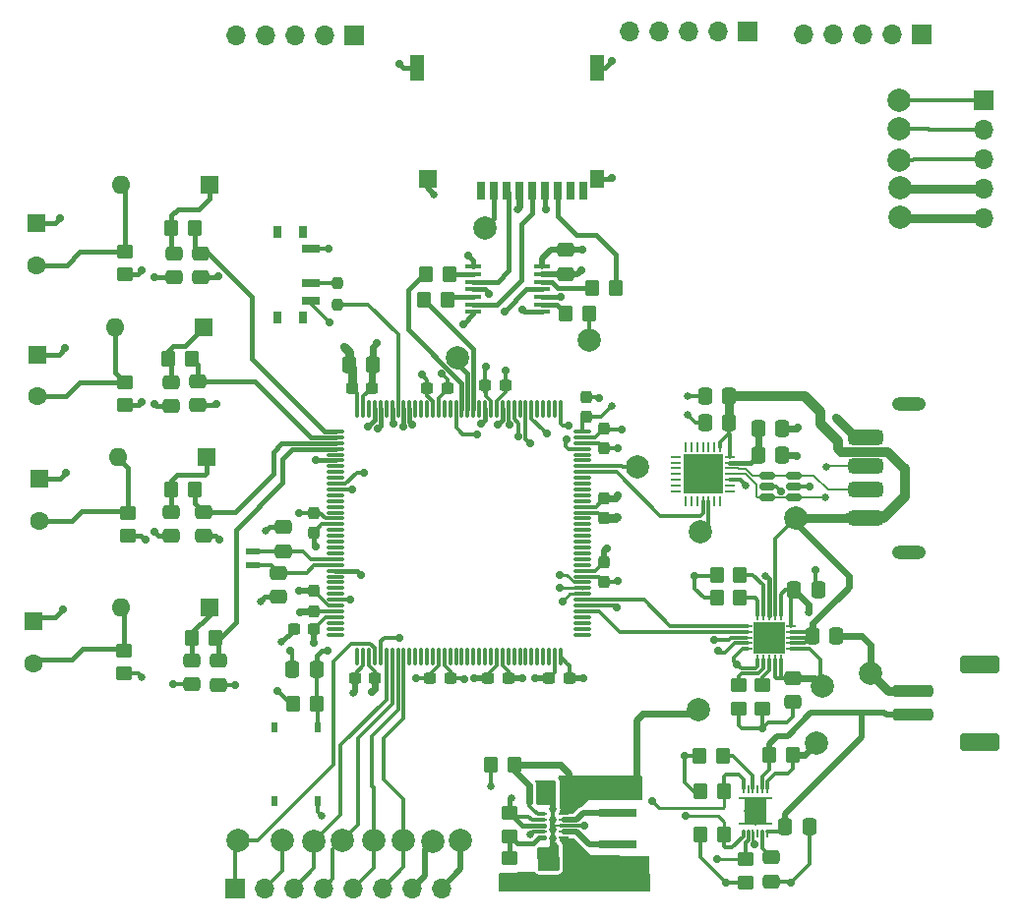
<source format=gbr>
%TF.GenerationSoftware,KiCad,Pcbnew,8.0.8*%
%TF.CreationDate,2025-03-12T15:40:13-04:00*%
%TF.ProjectId,ECE477-SeniorDesign,45434534-3737-42d5-9365-6e696f724465,rev?*%
%TF.SameCoordinates,Original*%
%TF.FileFunction,Copper,L1,Top*%
%TF.FilePolarity,Positive*%
%FSLAX46Y46*%
G04 Gerber Fmt 4.6, Leading zero omitted, Abs format (unit mm)*
G04 Created by KiCad (PCBNEW 8.0.8) date 2025-03-12 15:40:13*
%MOMM*%
%LPD*%
G01*
G04 APERTURE LIST*
G04 Aperture macros list*
%AMRoundRect*
0 Rectangle with rounded corners*
0 $1 Rounding radius*
0 $2 $3 $4 $5 $6 $7 $8 $9 X,Y pos of 4 corners*
0 Add a 4 corners polygon primitive as box body*
4,1,4,$2,$3,$4,$5,$6,$7,$8,$9,$2,$3,0*
0 Add four circle primitives for the rounded corners*
1,1,$1+$1,$2,$3*
1,1,$1+$1,$4,$5*
1,1,$1+$1,$6,$7*
1,1,$1+$1,$8,$9*
0 Add four rect primitives between the rounded corners*
20,1,$1+$1,$2,$3,$4,$5,0*
20,1,$1+$1,$4,$5,$6,$7,0*
20,1,$1+$1,$6,$7,$8,$9,0*
20,1,$1+$1,$8,$9,$2,$3,0*%
%AMFreePoly0*
4,1,21,-0.300000,0.050000,-0.296194,0.069134,-0.285355,0.085355,-0.269134,0.096194,-0.250000,0.100000,0.250000,0.100000,0.269134,0.096194,0.285355,0.085355,0.296194,0.069134,0.300000,0.050000,0.300000,-0.050000,0.296194,-0.069134,0.285355,-0.085355,0.269134,-0.096194,0.250000,-0.100000,-0.250000,-0.100000,-0.269134,-0.096194,-0.285355,-0.085355,-0.296194,-0.069134,-0.300000,-0.050000,
-0.300000,0.050000,-0.300000,0.050000,$1*%
G04 Aperture macros list end*
%TA.AperFunction,ComponentPad*%
%ADD10R,1.700000X1.700000*%
%TD*%
%TA.AperFunction,ComponentPad*%
%ADD11O,1.700000X1.700000*%
%TD*%
%TA.AperFunction,ComponentPad*%
%ADD12RoundRect,0.250000X-0.550000X0.550000X-0.550000X-0.550000X0.550000X-0.550000X0.550000X0.550000X0*%
%TD*%
%TA.AperFunction,ComponentPad*%
%ADD13C,1.600000*%
%TD*%
%TA.AperFunction,SMDPad,CuDef*%
%ADD14RoundRect,0.250000X1.500000X-0.250000X1.500000X0.250000X-1.500000X0.250000X-1.500000X-0.250000X0*%
%TD*%
%TA.AperFunction,SMDPad,CuDef*%
%ADD15RoundRect,0.250001X1.449999X-0.499999X1.449999X0.499999X-1.449999X0.499999X-1.449999X-0.499999X0*%
%TD*%
%TA.AperFunction,SMDPad,CuDef*%
%ADD16RoundRect,0.250000X-0.475000X0.337500X-0.475000X-0.337500X0.475000X-0.337500X0.475000X0.337500X0*%
%TD*%
%TA.AperFunction,SMDPad,CuDef*%
%ADD17RoundRect,0.250000X-0.350000X-0.450000X0.350000X-0.450000X0.350000X0.450000X-0.350000X0.450000X0*%
%TD*%
%TA.AperFunction,SMDPad,CuDef*%
%ADD18RoundRect,0.250000X-0.337500X-0.475000X0.337500X-0.475000X0.337500X0.475000X-0.337500X0.475000X0*%
%TD*%
%TA.AperFunction,SMDPad,CuDef*%
%ADD19RoundRect,0.237500X-0.300000X-0.237500X0.300000X-0.237500X0.300000X0.237500X-0.300000X0.237500X0*%
%TD*%
%TA.AperFunction,SMDPad,CuDef*%
%ADD20RoundRect,0.237500X0.300000X0.237500X-0.300000X0.237500X-0.300000X-0.237500X0.300000X-0.237500X0*%
%TD*%
%TA.AperFunction,SMDPad,CuDef*%
%ADD21R,0.965200X0.254000*%
%TD*%
%TA.AperFunction,SMDPad,CuDef*%
%ADD22R,0.254000X0.965200*%
%TD*%
%TA.AperFunction,SMDPad,CuDef*%
%ADD23R,3.352800X3.352800*%
%TD*%
%TA.AperFunction,SMDPad,CuDef*%
%ADD24RoundRect,0.250000X0.450000X-0.350000X0.450000X0.350000X-0.450000X0.350000X-0.450000X-0.350000X0*%
%TD*%
%TA.AperFunction,SMDPad,CuDef*%
%ADD25RoundRect,0.250000X0.475000X-0.337500X0.475000X0.337500X-0.475000X0.337500X-0.475000X-0.337500X0*%
%TD*%
%TA.AperFunction,ComponentPad*%
%ADD26R,1.600000X1.600000*%
%TD*%
%TA.AperFunction,ComponentPad*%
%ADD27O,1.600000X1.600000*%
%TD*%
%TA.AperFunction,SMDPad,CuDef*%
%ADD28RoundRect,0.250000X0.337500X0.475000X-0.337500X0.475000X-0.337500X-0.475000X0.337500X-0.475000X0*%
%TD*%
%TA.AperFunction,SMDPad,CuDef*%
%ADD29RoundRect,0.250000X0.350000X0.450000X-0.350000X0.450000X-0.350000X-0.450000X0.350000X-0.450000X0*%
%TD*%
%TA.AperFunction,SMDPad,CuDef*%
%ADD30FreePoly0,90.000000*%
%TD*%
%TA.AperFunction,SMDPad,CuDef*%
%ADD31RoundRect,0.050000X-0.212500X-0.050000X0.212500X-0.050000X0.212500X0.050000X-0.212500X0.050000X0*%
%TD*%
%TA.AperFunction,HeatsinkPad*%
%ADD32C,0.500000*%
%TD*%
%TA.AperFunction,SMDPad,CuDef*%
%ADD33R,1.950000X2.450000*%
%TD*%
%TA.AperFunction,SMDPad,CuDef*%
%ADD34RoundRect,0.237500X-0.237500X0.250000X-0.237500X-0.250000X0.237500X-0.250000X0.237500X0.250000X0*%
%TD*%
%TA.AperFunction,SMDPad,CuDef*%
%ADD35RoundRect,0.075000X-0.662500X-0.075000X0.662500X-0.075000X0.662500X0.075000X-0.662500X0.075000X0*%
%TD*%
%TA.AperFunction,SMDPad,CuDef*%
%ADD36RoundRect,0.075000X-0.075000X-0.662500X0.075000X-0.662500X0.075000X0.662500X-0.075000X0.662500X0*%
%TD*%
%TA.AperFunction,SMDPad,CuDef*%
%ADD37RoundRect,0.237500X0.237500X-0.300000X0.237500X0.300000X-0.237500X0.300000X-0.237500X-0.300000X0*%
%TD*%
%TA.AperFunction,SMDPad,CuDef*%
%ADD38R,0.800000X1.000000*%
%TD*%
%TA.AperFunction,SMDPad,CuDef*%
%ADD39R,1.500000X0.700000*%
%TD*%
%TA.AperFunction,SMDPad,CuDef*%
%ADD40RoundRect,0.250000X-0.450000X0.350000X-0.450000X-0.350000X0.450000X-0.350000X0.450000X0.350000X0*%
%TD*%
%TA.AperFunction,SMDPad,CuDef*%
%ADD41R,0.254000X0.812800*%
%TD*%
%TA.AperFunction,SMDPad,CuDef*%
%ADD42R,0.812800X0.254000*%
%TD*%
%TA.AperFunction,SMDPad,CuDef*%
%ADD43R,2.794000X2.794000*%
%TD*%
%TA.AperFunction,SMDPad,CuDef*%
%ADD44R,0.558800X0.952500*%
%TD*%
%TA.AperFunction,SMDPad,CuDef*%
%ADD45RoundRect,0.237500X-0.237500X0.300000X-0.237500X-0.300000X0.237500X-0.300000X0.237500X0.300000X0*%
%TD*%
%TA.AperFunction,SMDPad,CuDef*%
%ADD46R,0.599999X0.249999*%
%TD*%
%TA.AperFunction,SMDPad,CuDef*%
%ADD47R,0.900001X0.249999*%
%TD*%
%TA.AperFunction,SMDPad,CuDef*%
%ADD48R,1.300000X0.249999*%
%TD*%
%TA.AperFunction,SMDPad,CuDef*%
%ADD49R,0.700000X1.600000*%
%TD*%
%TA.AperFunction,SMDPad,CuDef*%
%ADD50R,1.200000X1.500000*%
%TD*%
%TA.AperFunction,SMDPad,CuDef*%
%ADD51R,1.200000X2.200000*%
%TD*%
%TA.AperFunction,SMDPad,CuDef*%
%ADD52R,1.600000X1.500000*%
%TD*%
%TA.AperFunction,SMDPad,CuDef*%
%ADD53RoundRect,0.325000X1.175000X-0.325000X1.175000X0.325000X-1.175000X0.325000X-1.175000X-0.325000X0*%
%TD*%
%TA.AperFunction,HeatsinkPad*%
%ADD54O,2.900000X1.200000*%
%TD*%
%TA.AperFunction,SMDPad,CuDef*%
%ADD55R,1.200000X0.600000*%
%TD*%
%TA.AperFunction,SMDPad,CuDef*%
%ADD56R,1.409700X0.355600*%
%TD*%
%TA.AperFunction,SMDPad,CuDef*%
%ADD57R,3.200400X0.762000*%
%TD*%
%TA.AperFunction,SMDPad,CuDef*%
%ADD58RoundRect,0.150000X0.512500X0.150000X-0.512500X0.150000X-0.512500X-0.150000X0.512500X-0.150000X0*%
%TD*%
%TA.AperFunction,ViaPad*%
%ADD59C,2.000000*%
%TD*%
%TA.AperFunction,ViaPad*%
%ADD60C,0.700000*%
%TD*%
%TA.AperFunction,ViaPad*%
%ADD61C,0.650000*%
%TD*%
%TA.AperFunction,Conductor*%
%ADD62C,0.600000*%
%TD*%
%TA.AperFunction,Conductor*%
%ADD63C,0.300000*%
%TD*%
%TA.AperFunction,Conductor*%
%ADD64C,0.500000*%
%TD*%
%TA.AperFunction,Conductor*%
%ADD65C,0.750000*%
%TD*%
%TA.AperFunction,Conductor*%
%ADD66C,0.400000*%
%TD*%
%TA.AperFunction,Conductor*%
%ADD67C,0.330000*%
%TD*%
%TA.AperFunction,Conductor*%
%ADD68C,0.250000*%
%TD*%
%TA.AperFunction,Conductor*%
%ADD69C,0.100000*%
%TD*%
%TA.AperFunction,Conductor*%
%ADD70C,0.850000*%
%TD*%
%TA.AperFunction,Conductor*%
%ADD71C,0.200000*%
%TD*%
G04 APERTURE END LIST*
D10*
%TO.P,EinkDispCon1,1,VCC*%
%TO.N,/MCU/SPI1_NSS*%
X134240000Y-120600000D03*
D11*
%TO.P,EinkDispCon1,2,GND*%
%TO.N,/MCU/SPI1_SCK*%
X136780000Y-120600000D03*
%TO.P,EinkDispCon1,3,DIN*%
%TO.N,/MCU/Eink_Busy*%
X139320000Y-120600000D03*
%TO.P,EinkDispCon1,4,CLK*%
%TO.N,/MCU/SPI1_MOSI*%
X141860000Y-120600000D03*
%TO.P,EinkDispCon1,5,CS*%
%TO.N,/MCU/Eink_D{slash}C*%
X144400000Y-120600000D03*
%TO.P,EinkDispCon1,6,D/C*%
%TO.N,/MCU/Eink_RST*%
X146940000Y-120600000D03*
%TO.P,EinkDispCon1,7,RST*%
%TO.N,GND*%
X149480000Y-120600000D03*
%TO.P,EinkDispCon1,8,BUSY*%
%TO.N,+3.3V*%
X152020000Y-120600000D03*
%TD*%
D10*
%TO.P,J3,1,Pin_1*%
%TO.N,unconnected-(J3-Pin_1-Pad1)*%
X193325000Y-47050000D03*
D11*
%TO.P,J3,2,Pin_2*%
%TO.N,SPI2_NSS*%
X190785000Y-47050000D03*
%TO.P,J3,3,Pin_3*%
%TO.N,SPI2_SCK*%
X188245000Y-47050000D03*
%TO.P,J3,4,Pin_4*%
%TO.N,SPI2_MISO*%
X185705000Y-47050000D03*
%TO.P,J3,5,Pin_5*%
%TO.N,SPI2_MOSI*%
X183165000Y-47050000D03*
%TD*%
D10*
%TO.P,J2,1,Pin_1*%
%TO.N,Extra_5*%
X144490000Y-47150000D03*
D11*
%TO.P,J2,2,Pin_2*%
%TO.N,Extra_4*%
X141950000Y-47150000D03*
%TO.P,J2,3,Pin_3*%
%TO.N,Extra_3*%
X139410000Y-47150000D03*
%TO.P,J2,4,Pin_4*%
%TO.N,Extra_2*%
X136870000Y-47150000D03*
%TO.P,J2,5,Pin_5*%
%TO.N,Extra_1*%
X134330000Y-47150000D03*
%TD*%
D10*
%TO.P,J1,1,Pin_1*%
%TO.N,SWCLK*%
X198650000Y-52720000D03*
D11*
%TO.P,J1,2,Pin_2*%
%TO.N,SWDIO*%
X198650000Y-55260000D03*
%TO.P,J1,3,Pin_3*%
%TO.N,NRST*%
X198650000Y-57800000D03*
%TO.P,J1,4,Pin_4*%
%TO.N,GND*%
X198650000Y-60340000D03*
%TO.P,J1,5,Pin_5*%
%TO.N,+3.3V*%
X198650000Y-62880000D03*
%TD*%
D10*
%TO.P,J4,1,Pin_1*%
%TO.N,unconnected-(J4-Pin_1-Pad1)*%
X178380000Y-46800000D03*
D11*
%TO.P,J4,2,Pin_2*%
%TO.N,USART2_TX*%
X175840000Y-46800000D03*
%TO.P,J4,3,Pin_3*%
%TO.N,USART2_RX*%
X173300000Y-46800000D03*
%TO.P,J4,4,Pin_4*%
%TO.N,I2C4_SCL*%
X170760000Y-46800000D03*
%TO.P,J4,5,Pin_5*%
%TO.N,I2C4_SDA*%
X168220000Y-46800000D03*
%TD*%
D12*
%TO.P,J12,1,Pin_1*%
%TO.N,+3.3V*%
X116900000Y-97600000D03*
D13*
%TO.P,J12,2,Pin_2*%
%TO.N,Net-(D7-A)*%
X116900000Y-101200000D03*
%TD*%
D14*
%TO.P,J6,1,Pin_1*%
%TO.N,BATTERY_IN*%
X192600000Y-105650000D03*
%TO.P,J6,2,Pin_2*%
%TO.N,GND*%
X192600000Y-103650000D03*
D15*
%TO.P,J6,MP*%
%TO.N,N/C*%
X198350000Y-108000000D03*
X198350000Y-101300000D03*
%TD*%
D12*
%TO.P,J10,1,Pin_1*%
%TO.N,+3.3V*%
X117350000Y-85350000D03*
D13*
%TO.P,J10,2,Pin_2*%
%TO.N,Net-(D6-A)*%
X117350000Y-88950000D03*
%TD*%
D12*
%TO.P,J9,1,Pin_1*%
%TO.N,+3.3V*%
X117250000Y-74650000D03*
D13*
%TO.P,J9,2,Pin_2*%
%TO.N,Net-(D5-A)*%
X117250000Y-78250000D03*
%TD*%
D12*
%TO.P,J5,1,Pin_1*%
%TO.N,+3.3V*%
X117150000Y-63350000D03*
D13*
%TO.P,J5,2,Pin_2*%
%TO.N,Net-(D4-A)*%
X117150000Y-66950000D03*
%TD*%
D16*
%TO.P,C2,1*%
%TO.N,GND*%
X138400000Y-89500000D03*
%TO.P,C2,2*%
%TO.N,Net-(U2-PH0)*%
X138400000Y-91575000D03*
%TD*%
D17*
%TO.P,R3,1*%
%TO.N,+3.3V*%
X174200000Y-109200000D03*
%TO.P,R3,2*%
%TO.N,Net-(U5-BIN)*%
X176200000Y-109200000D03*
%TD*%
D18*
%TO.P,C1,1*%
%TO.N,GND*%
X139175000Y-101750000D03*
%TO.P,C1,2*%
%TO.N,NRST*%
X141250000Y-101750000D03*
%TD*%
D19*
%TO.P,C9,1*%
%TO.N,+3.3V*%
X144275000Y-77500000D03*
%TO.P,C9,2*%
%TO.N,GND*%
X146000000Y-77500000D03*
%TD*%
D20*
%TO.P,C13,1*%
%TO.N,+3.3V*%
X163000000Y-102500000D03*
%TO.P,C13,2*%
%TO.N,GND*%
X161275000Y-102500000D03*
%TD*%
D16*
%TO.P,C36,1*%
%TO.N,Net-(D5-K)*%
X128750000Y-77000000D03*
%TO.P,C36,2*%
%TO.N,GND*%
X128750000Y-79075000D03*
%TD*%
D21*
%TO.P,U8,1,DCD*%
%TO.N,unconnected-(U8-DCD-Pad1)*%
X176824100Y-86425900D03*
%TO.P,U8,2,RI*%
%TO.N,unconnected-(U8-RI-Pad2)*%
X176824100Y-85925901D03*
%TO.P,U8,3,GND*%
%TO.N,GND*%
X176824100Y-85425899D03*
%TO.P,U8,4,D+*%
%TO.N,/USB-UART/USB_D+*%
X176824100Y-84925900D03*
%TO.P,U8,5,D-*%
%TO.N,/USB-UART/USB_D-*%
X176824100Y-84425901D03*
%TO.P,U8,6,VDD*%
%TO.N,Net-(U8-VDD)*%
X176824100Y-83925899D03*
%TO.P,U8,7,REGIN*%
%TO.N,VBUS*%
X176824100Y-83425900D03*
D22*
%TO.P,U8,8,VBUS*%
X176000000Y-82601800D03*
%TO.P,U8,9,~{RST}*%
%TO.N,unconnected-(U8-~{RST}-Pad9)*%
X175500001Y-82601800D03*
%TO.P,U8,10,NC*%
%TO.N,unconnected-(U8-NC-Pad10)*%
X174999999Y-82601800D03*
%TO.P,U8,11,~{SUSPEND}*%
%TO.N,unconnected-(U8-~{SUSPEND}-Pad11)*%
X174500000Y-82601800D03*
%TO.P,U8,12,SUSPEND*%
%TO.N,unconnected-(U8-SUSPEND-Pad12)*%
X174000001Y-82601800D03*
%TO.P,U8,13,NC@1*%
%TO.N,unconnected-(U8-NC@1-Pad13)*%
X173499999Y-82601800D03*
%TO.P,U8,14,NC@2*%
%TO.N,unconnected-(U8-NC@2-Pad14)*%
X173000000Y-82601800D03*
D21*
%TO.P,U8,15,NC@3*%
%TO.N,unconnected-(U8-NC@3-Pad15)*%
X172175900Y-83425900D03*
%TO.P,U8,16,NC@4*%
%TO.N,unconnected-(U8-NC@4-Pad16)*%
X172175900Y-83925899D03*
%TO.P,U8,17,NC@5*%
%TO.N,unconnected-(U8-NC@5-Pad17)*%
X172175900Y-84425901D03*
%TO.P,U8,18,NC/VPP*%
%TO.N,unconnected-(U8-NC{slash}VPP-Pad18)*%
X172175900Y-84925900D03*
%TO.P,U8,19,NC@6*%
%TO.N,unconnected-(U8-NC@6-Pad19)*%
X172175900Y-85425899D03*
%TO.P,U8,20,NC@7*%
%TO.N,unconnected-(U8-NC@7-Pad20)*%
X172175900Y-85925901D03*
%TO.P,U8,21,NC@8*%
%TO.N,unconnected-(U8-NC@8-Pad21)*%
X172175900Y-86425900D03*
D22*
%TO.P,U8,22,NC@9*%
%TO.N,unconnected-(U8-NC@9-Pad22)*%
X173000000Y-87250000D03*
%TO.P,U8,23,CTS*%
%TO.N,unconnected-(U8-CTS-Pad23)*%
X173499999Y-87250000D03*
%TO.P,U8,24,RTS*%
%TO.N,unconnected-(U8-RTS-Pad24)*%
X174000001Y-87250000D03*
%TO.P,U8,25,RXD*%
%TO.N,/MCU/USART1_TX*%
X174500000Y-87250000D03*
%TO.P,U8,26,TXD*%
%TO.N,/MCU/USART1_RX*%
X174999999Y-87250000D03*
%TO.P,U8,27,DSR*%
%TO.N,unconnected-(U8-DSR-Pad27)*%
X175500001Y-87250000D03*
%TO.P,U8,28,DTR*%
%TO.N,unconnected-(U8-DTR-Pad28)*%
X176000000Y-87250000D03*
D23*
%TO.P,U8,29,GND@1*%
%TO.N,GND*%
X174500000Y-84925900D03*
%TD*%
D24*
%TO.P,R7,1*%
%TO.N,+3.3V*%
X157900000Y-120000000D03*
%TO.P,R7,2*%
%TO.N,Net-(U10-FB)*%
X157900000Y-118000000D03*
%TD*%
%TO.P,R18,1*%
%TO.N,GND*%
X177600000Y-105100000D03*
%TO.P,R18,2*%
%TO.N,Net-(U6-PROG3)*%
X177600000Y-103100000D03*
%TD*%
D25*
%TO.P,C41,1*%
%TO.N,GND*%
X162700000Y-67700000D03*
%TO.P,C41,2*%
%TO.N,+3.3V*%
X162700000Y-65625000D03*
%TD*%
D16*
%TO.P,C37,1*%
%TO.N,Net-(D6-K)*%
X128750000Y-88175000D03*
%TO.P,C37,2*%
%TO.N,GND*%
X128750000Y-90250000D03*
%TD*%
D26*
%TO.P,D4,1,K*%
%TO.N,Net-(D4-K)*%
X132000000Y-60000000D03*
D27*
%TO.P,D4,2,A*%
%TO.N,Net-(D4-A)*%
X124380000Y-60000000D03*
%TD*%
D17*
%TO.P,R16,1*%
%TO.N,GND*%
X175700000Y-95600000D03*
%TO.P,R16,2*%
%TO.N,Net-(U6-THERM)*%
X177700000Y-95600000D03*
%TD*%
D28*
%TO.P,C32,1*%
%TO.N,VBUS*%
X176750000Y-80500000D03*
%TO.P,C32,2*%
%TO.N,GND*%
X174675000Y-80500000D03*
%TD*%
D16*
%TO.P,C39,1*%
%TO.N,/ExtraPeriphs/button2*%
X131000000Y-76925000D03*
%TO.P,C39,2*%
%TO.N,GND*%
X131000000Y-79000000D03*
%TD*%
D28*
%TO.P,C20,1*%
%TO.N,+3.3V*%
X163250000Y-118050000D03*
%TO.P,C20,2*%
%TO.N,GND*%
X161175000Y-118050000D03*
%TD*%
D18*
%TO.P,C25,1*%
%TO.N,BATTERY_IN*%
X181600000Y-115300000D03*
%TO.P,C25,2*%
%TO.N,GND*%
X183675000Y-115300000D03*
%TD*%
D29*
%TO.P,R9,1*%
%TO.N,/LipoPower/Monitor_SDA*%
X176300000Y-115960000D03*
%TO.P,R9,2*%
%TO.N,+3.3V*%
X174300000Y-115960000D03*
%TD*%
D16*
%TO.P,C27,1*%
%TO.N,Net-(U5-V_{DD})*%
X180400000Y-117960000D03*
%TO.P,C27,2*%
%TO.N,GND*%
X180400000Y-120035000D03*
%TD*%
D30*
%TO.P,U5,1,SDA*%
%TO.N,/LipoPower/Monitor_SDA*%
X178000000Y-115850000D03*
%TO.P,U5,2,SCL*%
%TO.N,/LipoPower/Monitor_SCL*%
X178400000Y-115850000D03*
%TO.P,U5,3,V_{SS}*%
%TO.N,GND*%
X178800000Y-115850000D03*
%TO.P,U5,4,NC*%
%TO.N,unconnected-(U5-NC-Pad4)*%
X179200000Y-115850000D03*
%TO.P,U5,5,V_{DD}*%
%TO.N,Net-(U5-V_{DD})*%
X179600000Y-115850000D03*
%TO.P,U5,6,BAT*%
%TO.N,BATTERY_IN*%
X180000000Y-115850000D03*
%TO.P,U5,7,SRN*%
%TO.N,V_Batt*%
X180000000Y-112050000D03*
%TO.P,U5,8,SRP*%
%TO.N,BATTERY_IN*%
X179600000Y-112050000D03*
%TO.P,U5,9,NC*%
%TO.N,unconnected-(U5-NC-Pad9)*%
X179200000Y-112050000D03*
%TO.P,U5,10,BIN*%
%TO.N,Net-(U5-BIN)*%
X178800000Y-112050000D03*
%TO.P,U5,11,NC*%
%TO.N,unconnected-(U5-NC-Pad11)*%
X178400000Y-112050000D03*
%TO.P,U5,12,GPOUT*%
%TO.N,/LipoPower/Monitor_GPOUT*%
X178000000Y-112050000D03*
D31*
%TO.P,U5,13,PAD*%
%TO.N,GND*%
X177812500Y-115075000D03*
X180187500Y-115075000D03*
D32*
X179000000Y-114925000D03*
X178275000Y-113950000D03*
X179000000Y-113950000D03*
D33*
X179000000Y-113950000D03*
D32*
X179725000Y-113950000D03*
X179000000Y-112975000D03*
D31*
X177812500Y-112825000D03*
X180187500Y-112825000D03*
%TD*%
D17*
%TO.P,R25,1*%
%TO.N,Net-(D6-K)*%
X128750000Y-86250000D03*
%TO.P,R25,2*%
%TO.N,/ExtraPeriphs/button3*%
X130750000Y-86250000D03*
%TD*%
D16*
%TO.P,C30,1*%
%TO.N,V_Batt*%
X182200000Y-102500000D03*
%TO.P,C30,2*%
%TO.N,GND*%
X182200000Y-104575000D03*
%TD*%
D24*
%TO.P,R4,1*%
%TO.N,Net-(U10-FB)*%
X157900000Y-116150000D03*
%TO.P,R4,2*%
%TO.N,GND*%
X157900000Y-114150000D03*
%TD*%
D28*
%TO.P,C34,1*%
%TO.N,VBUS*%
X176750000Y-78250000D03*
%TO.P,C34,2*%
%TO.N,GND*%
X174675000Y-78250000D03*
%TD*%
D18*
%TO.P,C29,1*%
%TO.N,VBUS*%
X183900000Y-98900000D03*
%TO.P,C29,2*%
%TO.N,GND*%
X185975000Y-98900000D03*
%TD*%
D19*
%TO.P,C8,1*%
%TO.N,+3.3V*%
X150775000Y-77500000D03*
%TO.P,C8,2*%
%TO.N,GND*%
X152500000Y-77500000D03*
%TD*%
D18*
%TO.P,C18,1*%
%TO.N,+3.3V*%
X144025000Y-75500000D03*
%TO.P,C18,2*%
%TO.N,GND*%
X146100000Y-75500000D03*
%TD*%
D34*
%TO.P,R2,1*%
%TO.N,Net-(SWBOOT1-B)*%
X143000000Y-68475000D03*
%TO.P,R2,2*%
%TO.N,Net-(U2-PH3)*%
X143000000Y-70300000D03*
%TD*%
D16*
%TO.P,C42,1*%
%TO.N,Net-(D7-K)*%
X130550000Y-100950000D03*
%TO.P,C42,2*%
%TO.N,GND*%
X130550000Y-103025000D03*
%TD*%
D17*
%TO.P,R24,1*%
%TO.N,Net-(D5-K)*%
X128500000Y-75000000D03*
%TO.P,R24,2*%
%TO.N,/ExtraPeriphs/button2*%
X130500000Y-75000000D03*
%TD*%
D35*
%TO.P,U2,1,PE2*%
%TO.N,/ExtraPeriphs/button1*%
X142837500Y-81250000D03*
%TO.P,U2,2,PE3*%
%TO.N,/ExtraPeriphs/button2*%
X142837500Y-81750000D03*
%TO.P,U2,3,PE4*%
%TO.N,/ExtraPeriphs/button3*%
X142837500Y-82250000D03*
%TO.P,U2,4,PE5*%
%TO.N,/ExtraPeriphs/switch*%
X142837500Y-82750000D03*
%TO.P,U2,5,PE6*%
%TO.N,unconnected-(U2-PE6-Pad5)*%
X142837500Y-83250000D03*
%TO.P,U2,6,VBAT*%
%TO.N,+3.3V*%
X142837500Y-83750000D03*
%TO.P,U2,7,PC13*%
%TO.N,unconnected-(U2-PC13-Pad7)*%
X142837500Y-84250000D03*
%TO.P,U2,8,PC14*%
%TO.N,unconnected-(U2-PC14-Pad8)*%
X142837500Y-84750000D03*
%TO.P,U2,9,PC15*%
%TO.N,unconnected-(U2-PC15-Pad9)*%
X142837500Y-85250000D03*
%TO.P,U2,10,PF0*%
%TO.N,I2C4_SDA*%
X142837500Y-85750000D03*
%TO.P,U2,11,PF1*%
%TO.N,I2C4_SCL*%
X142837500Y-86250000D03*
%TO.P,U2,12,PF2*%
%TO.N,unconnected-(U2-PF2-Pad12)*%
X142837500Y-86750000D03*
%TO.P,U2,13,PF3*%
%TO.N,unconnected-(U2-PF3-Pad13)*%
X142837500Y-87250000D03*
%TO.P,U2,14,PF4*%
%TO.N,unconnected-(U2-PF4-Pad14)*%
X142837500Y-87750000D03*
%TO.P,U2,15,PF5*%
%TO.N,unconnected-(U2-PF5-Pad15)*%
X142837500Y-88250000D03*
%TO.P,U2,16,VSS*%
%TO.N,GND*%
X142837500Y-88750000D03*
%TO.P,U2,17,VDD*%
%TO.N,+3.3V*%
X142837500Y-89250000D03*
%TO.P,U2,18,PF6*%
%TO.N,unconnected-(U2-PF6-Pad18)*%
X142837500Y-89750000D03*
%TO.P,U2,19,PF7*%
%TO.N,unconnected-(U2-PF7-Pad19)*%
X142837500Y-90250000D03*
%TO.P,U2,20,PF8*%
%TO.N,unconnected-(U2-PF8-Pad20)*%
X142837500Y-90750000D03*
%TO.P,U2,21,PF9*%
%TO.N,unconnected-(U2-PF9-Pad21)*%
X142837500Y-91250000D03*
%TO.P,U2,22,PF10*%
%TO.N,unconnected-(U2-PF10-Pad22)*%
X142837500Y-91750000D03*
%TO.P,U2,23,PH0*%
%TO.N,Net-(U2-PH0)*%
X142837500Y-92250000D03*
%TO.P,U2,24,PH1*%
%TO.N,Net-(U2-PH1)*%
X142837500Y-92750000D03*
%TO.P,U2,25,NRST*%
%TO.N,NRST*%
X142837500Y-93250000D03*
%TO.P,U2,26,PC0*%
%TO.N,unconnected-(U2-PC0-Pad26)*%
X142837500Y-93750000D03*
%TO.P,U2,27,PC1*%
%TO.N,unconnected-(U2-PC1-Pad27)*%
X142837500Y-94250000D03*
%TO.P,U2,28,PC2*%
%TO.N,unconnected-(U2-PC2-Pad28)*%
X142837500Y-94750000D03*
%TO.P,U2,29,PC3*%
%TO.N,unconnected-(U2-PC3-Pad29)*%
X142837500Y-95250000D03*
%TO.P,U2,30,VSSA*%
%TO.N,GND*%
X142837500Y-95750000D03*
%TO.P,U2,31,VREF-*%
X142837500Y-96250000D03*
%TO.P,U2,32,VREF+*%
%TO.N,+3.3V*%
X142837500Y-96750000D03*
%TO.P,U2,33,VDDA*%
X142837500Y-97250000D03*
%TO.P,U2,34,PA0*%
%TO.N,unconnected-(U2-PA0-Pad34)*%
X142837500Y-97750000D03*
%TO.P,U2,35,PA1*%
%TO.N,unconnected-(U2-PA1-Pad35)*%
X142837500Y-98250000D03*
%TO.P,U2,36,PA2*%
%TO.N,unconnected-(U2-PA2-Pad36)*%
X142837500Y-98750000D03*
D36*
%TO.P,U2,37,PA3*%
%TO.N,unconnected-(U2-PA3-Pad37)*%
X144750000Y-100662500D03*
%TO.P,U2,38,VSS*%
%TO.N,GND*%
X145250000Y-100662500D03*
%TO.P,U2,39,VDD*%
%TO.N,+3.3V*%
X145750000Y-100662500D03*
%TO.P,U2,40,PA4*%
%TO.N,/MCU/SPI1_NSS*%
X146250000Y-100662500D03*
%TO.P,U2,41,PA5*%
%TO.N,/MCU/SPI1_SCK*%
X146750000Y-100662500D03*
%TO.P,U2,42,PA6*%
%TO.N,/MCU/Eink_Busy*%
X147250000Y-100662500D03*
%TO.P,U2,43,PA7*%
%TO.N,/MCU/SPI1_MOSI*%
X147750000Y-100662500D03*
%TO.P,U2,44,PC4*%
%TO.N,/MCU/Eink_D{slash}C*%
X148250000Y-100662500D03*
%TO.P,U2,45,PC5*%
%TO.N,/MCU/Eink_RST*%
X148750000Y-100662500D03*
%TO.P,U2,46,PB0*%
%TO.N,unconnected-(U2-PB0-Pad46)*%
X149250000Y-100662500D03*
%TO.P,U2,47,PB1*%
%TO.N,unconnected-(U2-PB1-Pad47)*%
X149750000Y-100662500D03*
%TO.P,U2,48,PB2*%
%TO.N,unconnected-(U2-PB2-Pad48)*%
X150250000Y-100662500D03*
%TO.P,U2,49,PF11*%
%TO.N,unconnected-(U2-PF11-Pad49)*%
X150750000Y-100662500D03*
%TO.P,U2,50,PF12*%
%TO.N,unconnected-(U2-PF12-Pad50)*%
X151250000Y-100662500D03*
%TO.P,U2,51,VSS*%
%TO.N,GND*%
X151750000Y-100662500D03*
%TO.P,U2,52,VDD*%
%TO.N,+3.3V*%
X152250000Y-100662500D03*
%TO.P,U2,53,PF13*%
%TO.N,unconnected-(U2-PF13-Pad53)*%
X152750000Y-100662500D03*
%TO.P,U2,54,PF14*%
%TO.N,unconnected-(U2-PF14-Pad54)*%
X153250000Y-100662500D03*
%TO.P,U2,55,PF15*%
%TO.N,unconnected-(U2-PF15-Pad55)*%
X153750000Y-100662500D03*
%TO.P,U2,56,PG0*%
%TO.N,unconnected-(U2-PG0-Pad56)*%
X154250000Y-100662500D03*
%TO.P,U2,57,PG1*%
%TO.N,unconnected-(U2-PG1-Pad57)*%
X154750000Y-100662500D03*
%TO.P,U2,58,PE7*%
%TO.N,unconnected-(U2-PE7-Pad58)*%
X155250000Y-100662500D03*
%TO.P,U2,59,PE8*%
%TO.N,unconnected-(U2-PE8-Pad59)*%
X155750000Y-100662500D03*
%TO.P,U2,60,PE9*%
%TO.N,unconnected-(U2-PE9-Pad60)*%
X156250000Y-100662500D03*
%TO.P,U2,61,VSS*%
%TO.N,GND*%
X156750000Y-100662500D03*
%TO.P,U2,62,VDD*%
%TO.N,+3.3V*%
X157250000Y-100662500D03*
%TO.P,U2,63,PE10*%
%TO.N,unconnected-(U2-PE10-Pad63)*%
X157750000Y-100662500D03*
%TO.P,U2,64,PE11*%
%TO.N,unconnected-(U2-PE11-Pad64)*%
X158250000Y-100662500D03*
%TO.P,U2,65,PE12*%
%TO.N,unconnected-(U2-PE12-Pad65)*%
X158750000Y-100662500D03*
%TO.P,U2,66,PE13*%
%TO.N,unconnected-(U2-PE13-Pad66)*%
X159250000Y-100662500D03*
%TO.P,U2,67,PE14*%
%TO.N,unconnected-(U2-PE14-Pad67)*%
X159750000Y-100662500D03*
%TO.P,U2,68,PE15*%
%TO.N,unconnected-(U2-PE15-Pad68)*%
X160250000Y-100662500D03*
%TO.P,U2,69,PB10*%
%TO.N,unconnected-(U2-PB10-Pad69)*%
X160750000Y-100662500D03*
%TO.P,U2,70,VDD12*%
%TO.N,unconnected-(U2-VDD12-Pad70)*%
X161250000Y-100662500D03*
%TO.P,U2,71,VSS*%
%TO.N,GND*%
X161750000Y-100662500D03*
%TO.P,U2,72,VDD*%
%TO.N,+3.3V*%
X162250000Y-100662500D03*
D35*
%TO.P,U2,73,PB12*%
%TO.N,unconnected-(U2-PB12-Pad73)*%
X164162500Y-98750000D03*
%TO.P,U2,74,PB13*%
%TO.N,unconnected-(U2-PB13-Pad74)*%
X164162500Y-98250000D03*
%TO.P,U2,75,PB14*%
%TO.N,unconnected-(U2-PB14-Pad75)*%
X164162500Y-97750000D03*
%TO.P,U2,76,PB15*%
%TO.N,unconnected-(U2-PB15-Pad76)*%
X164162500Y-97250000D03*
%TO.P,U2,77,PD8*%
%TO.N,/LipoPower/Recharge_ST2*%
X164162500Y-96750000D03*
%TO.P,U2,78,PD9*%
%TO.N,/LipoPower/Recharge_ST1*%
X164162500Y-96250000D03*
%TO.P,U2,79,PD10*%
%TO.N,/LipoPower/Recharge_PG*%
X164162500Y-95750000D03*
%TO.P,U2,80,PD11*%
%TO.N,/LipoPower/Monitor_GPOUT*%
X164162500Y-95250000D03*
%TO.P,U2,81,PD12*%
%TO.N,/LipoPower/Monitor_SCL*%
X164162500Y-94750000D03*
%TO.P,U2,82,PD13*%
%TO.N,/LipoPower/Monitor_SDA*%
X164162500Y-94250000D03*
%TO.P,U2,83,VSS*%
%TO.N,GND*%
X164162500Y-93750000D03*
%TO.P,U2,84,VDD*%
%TO.N,+3.3V*%
X164162500Y-93250000D03*
%TO.P,U2,85,PD14*%
%TO.N,unconnected-(U2-PD14-Pad85)*%
X164162500Y-92750000D03*
%TO.P,U2,86,PD15*%
%TO.N,unconnected-(U2-PD15-Pad86)*%
X164162500Y-92250000D03*
%TO.P,U2,87,PG2*%
%TO.N,unconnected-(U2-PG2-Pad87)*%
X164162500Y-91750000D03*
%TO.P,U2,88,PG3*%
%TO.N,unconnected-(U2-PG3-Pad88)*%
X164162500Y-91250000D03*
%TO.P,U2,89,PG4*%
%TO.N,unconnected-(U2-PG4-Pad89)*%
X164162500Y-90750000D03*
%TO.P,U2,90,PG5*%
%TO.N,unconnected-(U2-PG5-Pad90)*%
X164162500Y-90250000D03*
%TO.P,U2,91,PG6*%
%TO.N,unconnected-(U2-PG6-Pad91)*%
X164162500Y-89750000D03*
%TO.P,U2,92,PG7*%
%TO.N,unconnected-(U2-PG7-Pad92)*%
X164162500Y-89250000D03*
%TO.P,U2,93,PG8*%
%TO.N,unconnected-(U2-PG8-Pad93)*%
X164162500Y-88750000D03*
%TO.P,U2,94,VSS*%
%TO.N,GND*%
X164162500Y-88250000D03*
%TO.P,U2,95,VDDIO2*%
%TO.N,+3.3V*%
X164162500Y-87750000D03*
%TO.P,U2,96,PC6*%
%TO.N,unconnected-(U2-PC6-Pad96)*%
X164162500Y-87250000D03*
%TO.P,U2,97,PC7*%
%TO.N,unconnected-(U2-PC7-Pad97)*%
X164162500Y-86750000D03*
%TO.P,U2,98,PC8*%
%TO.N,unconnected-(U2-PC8-Pad98)*%
X164162500Y-86250000D03*
%TO.P,U2,99,PC9*%
%TO.N,unconnected-(U2-PC9-Pad99)*%
X164162500Y-85750000D03*
%TO.P,U2,100,PA8*%
%TO.N,unconnected-(U2-PA8-Pad100)*%
X164162500Y-85250000D03*
%TO.P,U2,101,PA9*%
%TO.N,/MCU/USART1_TX*%
X164162500Y-84750000D03*
%TO.P,U2,102,PA10*%
%TO.N,/MCU/USART1_RX*%
X164162500Y-84250000D03*
%TO.P,U2,103,PA11*%
%TO.N,unconnected-(U2-PA11-Pad103)*%
X164162500Y-83750000D03*
%TO.P,U2,104,PA12*%
%TO.N,unconnected-(U2-PA12-Pad104)*%
X164162500Y-83250000D03*
%TO.P,U2,105,PA13*%
%TO.N,SWDIO*%
X164162500Y-82750000D03*
%TO.P,U2,106,VDDUSB*%
%TO.N,+3.3V*%
X164162500Y-82250000D03*
%TO.P,U2,107,VSS*%
%TO.N,GND*%
X164162500Y-81750000D03*
%TO.P,U2,108,VDD*%
%TO.N,+3.3V*%
X164162500Y-81250000D03*
D36*
%TO.P,U2,109,PA14*%
%TO.N,SWCLK*%
X162250000Y-79337500D03*
%TO.P,U2,110,PA15*%
%TO.N,unconnected-(U2-PA15-Pad110)*%
X161750000Y-79337500D03*
%TO.P,U2,111,PC10*%
%TO.N,unconnected-(U2-PC10-Pad111)*%
X161250000Y-79337500D03*
%TO.P,U2,112,PC11*%
%TO.N,unconnected-(U2-PC11-Pad112)*%
X160750000Y-79337500D03*
%TO.P,U2,113,PC12*%
%TO.N,unconnected-(U2-PC12-Pad113)*%
X160250000Y-79337500D03*
%TO.P,U2,114,PD0*%
%TO.N,SPI2_NSS*%
X159750000Y-79337500D03*
%TO.P,U2,115,PD1*%
%TO.N,SPI2_SCK*%
X159250000Y-79337500D03*
%TO.P,U2,116,PD2*%
%TO.N,unconnected-(U2-PD2-Pad116)*%
X158750000Y-79337500D03*
%TO.P,U2,117,PD3*%
%TO.N,SPI2_MISO*%
X158250000Y-79337500D03*
%TO.P,U2,118,PD4*%
%TO.N,SPI2_MOSI*%
X157750000Y-79337500D03*
%TO.P,U2,119,PD5*%
%TO.N,USART2_TX*%
X157250000Y-79337500D03*
%TO.P,U2,120,VSS*%
%TO.N,GND*%
X156750000Y-79337500D03*
%TO.P,U2,121,VDD*%
%TO.N,+3.3V*%
X156250000Y-79337500D03*
%TO.P,U2,122,PD6*%
%TO.N,USART2_RX*%
X155750000Y-79337500D03*
%TO.P,U2,123,PD7*%
%TO.N,unconnected-(U2-PD7-Pad123)*%
X155250000Y-79337500D03*
%TO.P,U2,124,PG9*%
%TO.N,/ExtraPeriphs/SD_SCK*%
X154750000Y-79337500D03*
%TO.P,U2,125,PG10*%
%TO.N,/ExtraPeriphs/SD_MISO*%
X154250000Y-79337500D03*
%TO.P,U2,126,PG11*%
%TO.N,/ExtraPeriphs/SD_MOSI*%
X153750000Y-79337500D03*
%TO.P,U2,127,PG12*%
%TO.N,/ExtraPeriphs/SD_CS*%
X153250000Y-79337500D03*
%TO.P,U2,128,PG13*%
%TO.N,unconnected-(U2-PG13-Pad128)*%
X152750000Y-79337500D03*
%TO.P,U2,129,PG14*%
%TO.N,unconnected-(U2-PG14-Pad129)*%
X152250000Y-79337500D03*
%TO.P,U2,130,VSS*%
%TO.N,GND*%
X151750000Y-79337500D03*
%TO.P,U2,131,VDDIO2*%
%TO.N,+3.3V*%
X151250000Y-79337500D03*
%TO.P,U2,132,PB3*%
%TO.N,unconnected-(U2-PB3-Pad132)*%
X150750000Y-79337500D03*
%TO.P,U2,133,PB4*%
%TO.N,unconnected-(U2-PB4-Pad133)*%
X150250000Y-79337500D03*
%TO.P,U2,134,PB5*%
%TO.N,unconnected-(U2-PB5-Pad134)*%
X149750000Y-79337500D03*
%TO.P,U2,135,PB6*%
%TO.N,Extra_5*%
X149250000Y-79337500D03*
%TO.P,U2,136,PB7*%
%TO.N,Extra_4*%
X148750000Y-79337500D03*
%TO.P,U2,137,PH3*%
%TO.N,Net-(U2-PH3)*%
X148250000Y-79337500D03*
%TO.P,U2,138,PB8*%
%TO.N,Extra_3*%
X147750000Y-79337500D03*
%TO.P,U2,139,PB9*%
%TO.N,unconnected-(U2-PB9-Pad139)*%
X147250000Y-79337500D03*
%TO.P,U2,140,PE0*%
%TO.N,Extra_2*%
X146750000Y-79337500D03*
%TO.P,U2,141,PE1*%
%TO.N,Extra_1*%
X146250000Y-79337500D03*
%TO.P,U2,142,VDD12*%
%TO.N,unconnected-(U2-VDD12-Pad142)*%
X145750000Y-79337500D03*
%TO.P,U2,143,VSS*%
%TO.N,GND*%
X145250000Y-79337500D03*
%TO.P,U2,144,VDD*%
%TO.N,+3.3V*%
X144750000Y-79337500D03*
%TD*%
D28*
%TO.P,C33,1*%
%TO.N,GND*%
X181325000Y-83250000D03*
%TO.P,C33,2*%
%TO.N,Net-(U8-VDD)*%
X179250000Y-83250000D03*
%TD*%
%TO.P,C19,1*%
%TO.N,V_5V*%
X162975000Y-112350000D03*
%TO.P,C19,2*%
%TO.N,GND*%
X160900000Y-112350000D03*
%TD*%
D37*
%TO.P,C16,1*%
%TO.N,+3.3V*%
X141000000Y-96725000D03*
%TO.P,C16,2*%
%TO.N,GND*%
X141000000Y-95000000D03*
%TD*%
D16*
%TO.P,C38,1*%
%TO.N,/ExtraPeriphs/button1*%
X131250000Y-65925000D03*
%TO.P,C38,2*%
%TO.N,GND*%
X131250000Y-68000000D03*
%TD*%
D19*
%TO.P,C7,1*%
%TO.N,+3.3V*%
X155775000Y-77250000D03*
%TO.P,C7,2*%
%TO.N,GND*%
X157500000Y-77250000D03*
%TD*%
D38*
%TO.P,SWBOOT1,*%
%TO.N,*%
X140100000Y-64100000D03*
X137890000Y-64100000D03*
X140100000Y-71400000D03*
X137890000Y-71400000D03*
D39*
%TO.P,SWBOOT1,1,A*%
%TO.N,GND*%
X140750000Y-65500000D03*
%TO.P,SWBOOT1,2,B*%
%TO.N,Net-(SWBOOT1-B)*%
X140750000Y-68500000D03*
%TO.P,SWBOOT1,3,C*%
%TO.N,+3.3V*%
X140750000Y-70000000D03*
%TD*%
D37*
%TO.P,C11,1*%
%TO.N,+3.3V*%
X141000000Y-89975000D03*
%TO.P,C11,2*%
%TO.N,GND*%
X141000000Y-88250000D03*
%TD*%
D26*
%TO.P,D6,1,K*%
%TO.N,Net-(D6-K)*%
X131750000Y-83500000D03*
D27*
%TO.P,D6,2,A*%
%TO.N,Net-(D6-A)*%
X124130000Y-83500000D03*
%TD*%
D37*
%TO.P,C6,1*%
%TO.N,+3.3V*%
X166000000Y-82725000D03*
%TO.P,C6,2*%
%TO.N,GND*%
X166000000Y-81000000D03*
%TD*%
D29*
%TO.P,R1,1*%
%TO.N,NRST*%
X141250000Y-104750000D03*
%TO.P,R1,2*%
%TO.N,+3.3V*%
X139250000Y-104750000D03*
%TD*%
D18*
%TO.P,C28,1*%
%TO.N,V_5V*%
X182362500Y-94900000D03*
%TO.P,C28,2*%
%TO.N,GND*%
X184437500Y-94900000D03*
%TD*%
D40*
%TO.P,R22,1*%
%TO.N,Net-(D6-A)*%
X125000000Y-88250000D03*
%TO.P,R22,2*%
%TO.N,GND*%
X125000000Y-90250000D03*
%TD*%
D41*
%TO.P,U6,1,OUT*%
%TO.N,V_5V*%
X181200001Y-97107700D03*
%TO.P,U6,2,VPCC*%
%TO.N,VBUS*%
X180699999Y-97107700D03*
%TO.P,U6,3,SEL*%
%TO.N,GND*%
X180200000Y-97107700D03*
%TO.P,U6,4,PROG2*%
%TO.N,Net-(U6-PROG2)*%
X179700001Y-97107700D03*
%TO.P,U6,5,THERM*%
%TO.N,Net-(U6-THERM)*%
X179199999Y-97107700D03*
D42*
%TO.P,U6,6,\u002APG*%
%TO.N,/LipoPower/Recharge_PG*%
X178307700Y-97999999D03*
%TO.P,U6,7,STAT2*%
%TO.N,/LipoPower/Recharge_ST2*%
X178307700Y-98500001D03*
%TO.P,U6,8,STAT1/\u002ALBO*%
%TO.N,/LipoPower/Recharge_ST1*%
X178307700Y-99000000D03*
%TO.P,U6,9,\u002ATE*%
%TO.N,VBUS*%
X178307700Y-99499999D03*
%TO.P,U6,10,VSS*%
%TO.N,GND*%
X178307700Y-100000001D03*
D41*
%TO.P,U6,11,VSS*%
X179199999Y-100892300D03*
%TO.P,U6,12,PROG3*%
%TO.N,Net-(U6-PROG3)*%
X179700001Y-100892300D03*
%TO.P,U6,13,PROG1*%
%TO.N,Net-(U6-PROG1)*%
X180200000Y-100892300D03*
%TO.P,U6,14,VBAT*%
%TO.N,V_Batt*%
X180699999Y-100892300D03*
%TO.P,U6,15,VBAT*%
X181200001Y-100892300D03*
D42*
%TO.P,U6,16,VBAT_SENSE*%
X182092300Y-100000001D03*
%TO.P,U6,17,CE*%
%TO.N,VBUS*%
X182092300Y-99499999D03*
%TO.P,U6,18,IN*%
X182092300Y-99000000D03*
%TO.P,U6,19,IN*%
X182092300Y-98500001D03*
%TO.P,U6,20,OUT*%
%TO.N,V_5V*%
X182092300Y-97999999D03*
D43*
%TO.P,U6,21,EP*%
%TO.N,GND*%
X180200000Y-99000000D03*
%TD*%
D26*
%TO.P,D5,1,K*%
%TO.N,Net-(D5-K)*%
X131560000Y-72250000D03*
D27*
%TO.P,D5,2,A*%
%TO.N,Net-(D5-A)*%
X123940000Y-72250000D03*
%TD*%
D25*
%TO.P,C3,1*%
%TO.N,GND*%
X138000000Y-95500000D03*
%TO.P,C3,2*%
%TO.N,Net-(U2-PH1)*%
X138000000Y-93425000D03*
%TD*%
D17*
%TO.P,R19,1*%
%TO.N,/ExtraPeriphs/SD_SCK*%
X150500000Y-69900000D03*
%TO.P,R19,2*%
%TO.N,Net-(U9-2A)*%
X152500000Y-69900000D03*
%TD*%
D44*
%TO.P,U1,1,1*%
%TO.N,NRST*%
X141308400Y-106737300D03*
%TO.P,U1,2,2*%
%TO.N,GND*%
X141308400Y-113100000D03*
%TO.P,U1,3,3*%
%TO.N,unconnected-(U1-Pad3)*%
X137600000Y-106737300D03*
%TO.P,U1,4,4*%
%TO.N,unconnected-(U1-Pad4)*%
X137600000Y-113100000D03*
%TD*%
D17*
%TO.P,R15,1*%
%TO.N,+3.3V*%
X174300000Y-112260000D03*
%TO.P,R15,2*%
%TO.N,/LipoPower/Monitor_GPOUT*%
X176300000Y-112260000D03*
%TD*%
D40*
%TO.P,R20,1*%
%TO.N,Net-(D4-A)*%
X124750000Y-65750000D03*
%TO.P,R20,2*%
%TO.N,GND*%
X124750000Y-67750000D03*
%TD*%
D45*
%TO.P,C10,1*%
%TO.N,+3.3V*%
X166000000Y-92500000D03*
%TO.P,C10,2*%
%TO.N,GND*%
X166000000Y-94225000D03*
%TD*%
%TO.P,C4,1*%
%TO.N,+3.3V*%
X166000000Y-87025000D03*
%TO.P,C4,2*%
%TO.N,GND*%
X166000000Y-88750000D03*
%TD*%
D17*
%TO.P,R26,1*%
%TO.N,Net-(U9-4A)*%
X165000000Y-68900000D03*
%TO.P,R26,2*%
%TO.N,DO_LLS*%
X167000000Y-68900000D03*
%TD*%
D46*
%TO.P,U10,1,EN*%
%TO.N,V_5V*%
X160824999Y-114224998D03*
%TO.P,U10,2,MODE*%
%TO.N,GND*%
X160824999Y-114725000D03*
%TO.P,U10,3,AGND*%
X160824999Y-115224999D03*
%TO.P,U10,4,PG*%
%TO.N,Net-(U10-PG)*%
X160824999Y-115724998D03*
%TO.P,U10,5,FB*%
%TO.N,Net-(U10-FB)*%
X160824999Y-116225000D03*
D47*
%TO.P,U10,6,VOUT*%
%TO.N,+3.3V*%
X162475001Y-116225000D03*
%TO.P,U10,7,L2*%
%TO.N,Net-(U10-L2)*%
X162475001Y-115724998D03*
D48*
%TO.P,U10,8,GND*%
%TO.N,GND*%
X162274999Y-115224999D03*
D47*
%TO.P,U10,9,L1*%
%TO.N,Net-(U10-L1)*%
X162475001Y-114725000D03*
%TO.P,U10,10,VIN*%
%TO.N,V_5V*%
X162475001Y-114224998D03*
%TD*%
D17*
%TO.P,R14,1*%
%TO.N,GND*%
X175700000Y-93600000D03*
%TO.P,R14,2*%
%TO.N,Net-(U6-PROG2)*%
X177700000Y-93600000D03*
%TD*%
%TO.P,R27,1*%
%TO.N,Net-(U9-3A)*%
X162700000Y-71100000D03*
%TO.P,R27,2*%
%TO.N,/ExtraPeriphs/SD_CS*%
X164700000Y-71100000D03*
%TD*%
D40*
%TO.P,R21,1*%
%TO.N,Net-(D5-A)*%
X124750000Y-77000000D03*
%TO.P,R21,2*%
%TO.N,GND*%
X124750000Y-79000000D03*
%TD*%
D20*
%TO.P,C17,1*%
%TO.N,+3.3V*%
X141000000Y-98250000D03*
%TO.P,C17,2*%
%TO.N,GND*%
X139275000Y-98250000D03*
%TD*%
D49*
%TO.P,CARD1,1,DAT2*%
%TO.N,unconnected-(CARD1-DAT2-Pad1)*%
X155400000Y-60500000D03*
%TO.P,CARD1,2,CD/DAT3*%
%TO.N,CS_LLS*%
X156500000Y-60500000D03*
%TO.P,CARD1,3,CMD*%
%TO.N,DI_LLS*%
X157600000Y-60500000D03*
%TO.P,CARD1,4,VDD*%
%TO.N,+3.3V*%
X158700000Y-60500000D03*
%TO.P,CARD1,5,CLK*%
%TO.N,SCK_LLS*%
X159800000Y-60500000D03*
%TO.P,CARD1,6,VSS*%
%TO.N,GND*%
X160900000Y-60500000D03*
%TO.P,CARD1,7,DAT0*%
%TO.N,DO_LLS*%
X162000000Y-60500000D03*
%TO.P,CARD1,8,DAT1*%
%TO.N,unconnected-(CARD1-DAT1-Pad8)*%
X163100000Y-60500000D03*
%TO.P,CARD1,9,CD*%
%TO.N,unconnected-(CARD1-CD-Pad9)*%
X164200000Y-60500000D03*
D50*
%TO.P,CARD1,10,GND*%
%TO.N,GND*%
X165400000Y-59500000D03*
D51*
%TO.P,CARD1,11,GND*%
X165400000Y-49900000D03*
D52*
%TO.P,CARD1,12,GND*%
X150800000Y-59500000D03*
D51*
%TO.P,CARD1,13,GND*%
X149900000Y-49900000D03*
%TD*%
D40*
%TO.P,R17,1*%
%TO.N,Net-(U6-PROG1)*%
X179600000Y-103100000D03*
%TO.P,R17,2*%
%TO.N,GND*%
X179600000Y-105100000D03*
%TD*%
D17*
%TO.P,R23,1*%
%TO.N,Net-(D4-K)*%
X128750000Y-63750000D03*
%TO.P,R23,2*%
%TO.N,/ExtraPeriphs/button1*%
X130750000Y-63750000D03*
%TD*%
D53*
%TO.P,J7,1,VBUS*%
%TO.N,VBUS*%
X188510000Y-88750000D03*
%TO.P,J7,2,D-*%
%TO.N,/USB-UART/USB_D-*%
X188510000Y-86250000D03*
%TO.P,J7,3,D+*%
%TO.N,/USB-UART/USB_D+*%
X188510000Y-84250000D03*
%TO.P,J7,4,GND*%
%TO.N,GND*%
X188510000Y-81750000D03*
D54*
%TO.P,J7,5,Shield*%
%TO.N,unconnected-(J7-Shield-Pad5)_1*%
X192210000Y-91650000D03*
%TO.N,unconnected-(J7-Shield-Pad5)*%
X192210000Y-78850000D03*
%TD*%
D55*
%TO.P,Y1,1*%
%TO.N,Net-(U2-PH0)*%
X135800000Y-91600000D03*
%TO.P,Y1,2*%
%TO.N,Net-(U2-PH1)*%
X135800000Y-92800000D03*
%TD*%
D17*
%TO.P,R29,1*%
%TO.N,Net-(D7-K)*%
X130550000Y-99025000D03*
%TO.P,R29,2*%
%TO.N,/ExtraPeriphs/switch*%
X132550000Y-99025000D03*
%TD*%
%TO.P,R11,1*%
%TO.N,BATTERY_IN*%
X180200000Y-109100000D03*
%TO.P,R11,2*%
%TO.N,V_Batt*%
X182200000Y-109100000D03*
%TD*%
D28*
%TO.P,C31,1*%
%TO.N,GND*%
X181325000Y-81000000D03*
%TO.P,C31,2*%
%TO.N,Net-(U8-VDD)*%
X179250000Y-81000000D03*
%TD*%
D17*
%TO.P,Rr1,1*%
%TO.N,/ExtraPeriphs/SD_MOSI*%
X150700000Y-67700000D03*
%TO.P,Rr1,2*%
%TO.N,Net-(U9-1A)*%
X152700000Y-67700000D03*
%TD*%
%TO.P,R6,1*%
%TO.N,Net-(U10-PG)*%
X156250000Y-110000000D03*
%TO.P,R6,2*%
%TO.N,V_5V*%
X158250000Y-110000000D03*
%TD*%
D37*
%TO.P,C5,1*%
%TO.N,+3.3V*%
X164500000Y-80000000D03*
%TO.P,C5,2*%
%TO.N,GND*%
X164500000Y-78275000D03*
%TD*%
D56*
%TO.P,U9,1,\u002A1OE*%
%TO.N,GND*%
X154715950Y-67064899D03*
%TO.P,U9,2,1A*%
%TO.N,Net-(U9-1A)*%
X154715950Y-67714900D03*
%TO.P,U9,3,1Y*%
%TO.N,DI_LLS*%
X154715950Y-68364901D03*
%TO.P,U9,4,\u002A2OE*%
%TO.N,GND*%
X154715950Y-69014900D03*
%TO.P,U9,5,2A*%
%TO.N,Net-(U9-2A)*%
X154715950Y-69664899D03*
%TO.P,U9,6,2Y*%
%TO.N,SCK_LLS*%
X154715950Y-70314900D03*
%TO.P,U9,7,GND*%
%TO.N,GND*%
X154715950Y-70964899D03*
%TO.P,U9,8,3Y*%
%TO.N,CS_LLS*%
X160621450Y-70964901D03*
%TO.P,U9,9,3A*%
%TO.N,Net-(U9-3A)*%
X160621450Y-70314900D03*
%TO.P,U9,10,\u002A3OE*%
%TO.N,GND*%
X160621450Y-69664901D03*
%TO.P,U9,11,4Y*%
%TO.N,/ExtraPeriphs/SD_MISO*%
X160621450Y-69014900D03*
%TO.P,U9,12,4A*%
%TO.N,Net-(U9-4A)*%
X160621450Y-68364901D03*
%TO.P,U9,13,\u002A4OE*%
%TO.N,GND*%
X160621450Y-67714900D03*
%TO.P,U9,14,VCC*%
%TO.N,+3.3V*%
X160621450Y-67064901D03*
%TD*%
D16*
%TO.P,C35,1*%
%TO.N,Net-(D4-K)*%
X129000000Y-65925000D03*
%TO.P,C35,2*%
%TO.N,GND*%
X129000000Y-68000000D03*
%TD*%
D20*
%TO.P,C15,1*%
%TO.N,+3.3V*%
X146250000Y-102500000D03*
%TO.P,C15,2*%
%TO.N,GND*%
X144525000Y-102500000D03*
%TD*%
D16*
%TO.P,C40,1*%
%TO.N,/ExtraPeriphs/button3*%
X131500000Y-88175000D03*
%TO.P,C40,2*%
%TO.N,GND*%
X131500000Y-90250000D03*
%TD*%
D40*
%TO.P,R8,1*%
%TO.N,/LipoPower/Monitor_SCL*%
X178200000Y-118100000D03*
%TO.P,R8,2*%
%TO.N,+3.3V*%
X178200000Y-120100000D03*
%TD*%
D26*
%TO.P,D7,1,K*%
%TO.N,Net-(D7-K)*%
X132030499Y-96400000D03*
D27*
%TO.P,D7,2,A*%
%TO.N,Net-(D7-A)*%
X124410499Y-96400000D03*
%TD*%
D20*
%TO.P,C14,1*%
%TO.N,+3.3V*%
X157750000Y-102500000D03*
%TO.P,C14,2*%
%TO.N,GND*%
X156025000Y-102500000D03*
%TD*%
D16*
%TO.P,C43,1*%
%TO.N,/ExtraPeriphs/switch*%
X132800000Y-101025000D03*
%TO.P,C43,2*%
%TO.N,GND*%
X132800000Y-103100000D03*
%TD*%
D40*
%TO.P,R28,1*%
%TO.N,Net-(D7-A)*%
X124700000Y-100100000D03*
%TO.P,R28,2*%
%TO.N,GND*%
X124700000Y-102100000D03*
%TD*%
D57*
%TO.P,L1,1,1*%
%TO.N,Net-(U10-L1)*%
X167153700Y-114100000D03*
%TO.P,L1,2,2*%
%TO.N,Net-(U10-L2)*%
X167153700Y-116792400D03*
%TD*%
D58*
%TO.P,U7,1,I/O1*%
%TO.N,/USB-UART/USB_D+*%
X182337500Y-86950000D03*
%TO.P,U7,2,GND*%
%TO.N,GND*%
X182337500Y-86000000D03*
%TO.P,U7,3,I/O2*%
%TO.N,/USB-UART/USB_D-*%
X182337500Y-85050000D03*
%TO.P,U7,4,I/O2*%
X180062500Y-85050000D03*
%TO.P,U7,5,VBUS*%
%TO.N,VBUS*%
X180062500Y-86000000D03*
%TO.P,U7,6,I/O1*%
%TO.N,/USB-UART/USB_D+*%
X180062500Y-86950000D03*
%TD*%
D20*
%TO.P,C12,1*%
%TO.N,+3.3V*%
X152750000Y-102500000D03*
%TO.P,C12,2*%
%TO.N,GND*%
X151025000Y-102500000D03*
%TD*%
D59*
%TO.N,+3.3V*%
X153650000Y-116500000D03*
%TO.N,GND*%
X151250000Y-116550000D03*
%TO.N,+3.3V*%
X191500000Y-62800000D03*
%TO.N,GND*%
X191450000Y-60250000D03*
%TO.N,NRST*%
X191400000Y-57850000D03*
%TO.N,SWDIO*%
X191350000Y-55200000D03*
%TO.N,SWCLK*%
X191400000Y-52750000D03*
%TO.N,/MCU/Eink_RST*%
X148750000Y-116450000D03*
D60*
%TO.N,Extra_3*%
X147900000Y-80600000D03*
D59*
%TO.N,/MCU/SPI1_MOSI*%
X143450000Y-116450000D03*
D60*
%TO.N,I2C4_SCL*%
X144350000Y-86250000D03*
D59*
%TO.N,/MCU/SPI1_NSS*%
X134450000Y-116500000D03*
%TO.N,/ExtraPeriphs/SD_MISO*%
X153409620Y-74890380D03*
D60*
X157400000Y-70900000D03*
%TO.N,SWDIO*%
X162800000Y-81900000D03*
D59*
%TO.N,/MCU/USART1_RX*%
X168900000Y-84300000D03*
X174300000Y-89900000D03*
D60*
%TO.N,SWCLK*%
X162900000Y-80782806D03*
%TO.N,/ExtraPeriphs/SD_CS*%
X155100000Y-81500000D03*
D59*
X164700000Y-73400000D03*
D60*
%TO.N,NRST*%
X145100000Y-93600000D03*
X142200000Y-100100000D03*
%TO.N,GND*%
X157500000Y-76000000D03*
X183700000Y-86000000D03*
D61*
X178200000Y-85900000D03*
D59*
X174500000Y-84925900D03*
D60*
X148400000Y-49600000D03*
X144100000Y-95700000D03*
D61*
X144400000Y-103800000D03*
D60*
X177400000Y-101300000D03*
X162300000Y-69700000D03*
X182600000Y-83400000D03*
X132800000Y-67900000D03*
X154300000Y-66100000D03*
X152000000Y-76300000D03*
X182700000Y-80900000D03*
X186000000Y-80100000D03*
D61*
X136900000Y-89800000D03*
D60*
X179600000Y-106800000D03*
X146400000Y-73650000D03*
X139000000Y-100100000D03*
X167500000Y-81100000D03*
X127300000Y-68000000D03*
D61*
X141700000Y-114400000D03*
D60*
X166650000Y-49300000D03*
D59*
X180200000Y-99000000D03*
D61*
X161175000Y-118050000D03*
X158000000Y-112850000D03*
D60*
X178900000Y-116800000D03*
D61*
X161550000Y-117050000D03*
D60*
X132600000Y-78900000D03*
D59*
X188900000Y-102100000D03*
D60*
X154800000Y-102500000D03*
D61*
X161550000Y-115550000D03*
X136400000Y-95900000D03*
X161550000Y-116300000D03*
D60*
X127300000Y-78900000D03*
X149800000Y-102500000D03*
X126500000Y-90600000D03*
X167100000Y-88600000D03*
X165600000Y-78400000D03*
X156100000Y-69400000D03*
D61*
X126200000Y-102400000D03*
D60*
X139700000Y-88300000D03*
X160100000Y-102500000D03*
D61*
X179900000Y-93700000D03*
D60*
X139700000Y-95000000D03*
D61*
X161550000Y-114700000D03*
X160900000Y-112350000D03*
D60*
X127300000Y-89900000D03*
D61*
X138200000Y-99400000D03*
D60*
X173800000Y-93700000D03*
X128869501Y-103025001D03*
D61*
X173200000Y-79800000D03*
D60*
X164000000Y-67400000D03*
X167200000Y-94100000D03*
X182100000Y-120100000D03*
D61*
X161600000Y-113800000D03*
D60*
X164300000Y-115200000D03*
X184200000Y-93200000D03*
D61*
X173200000Y-78200000D03*
D60*
X134269501Y-103125001D03*
X132900000Y-90600000D03*
X161000000Y-62100000D03*
X142300000Y-65500000D03*
X166700000Y-59400000D03*
X126200000Y-67400000D03*
X126200000Y-78700000D03*
D61*
X151350000Y-60850000D03*
D60*
X153850000Y-72000000D03*
%TO.N,USART2_TX*%
X156800000Y-80700000D03*
D59*
%TO.N,/MCU/Eink_Busy*%
X141050000Y-116550000D03*
D61*
%TO.N,V_5V*%
X183600000Y-96800000D03*
D59*
X174100000Y-105200000D03*
D60*
%TO.N,/MCU/SPI1_SCK*%
X148400000Y-99000000D03*
D59*
X138300000Y-116450000D03*
D60*
%TO.N,Extra_1*%
X145700000Y-80800000D03*
D59*
%TO.N,/MCU/Eink_D{slash}C*%
X146150000Y-116450000D03*
D60*
%TO.N,Extra_4*%
X148700000Y-80800000D03*
%TO.N,/LipoPower/Recharge_ST1*%
X167100000Y-96400000D03*
X175500000Y-99200000D03*
%TO.N,Extra_2*%
X146500000Y-81000000D03*
%TO.N,USART2_RX*%
X155400000Y-80600000D03*
%TO.N,+3.3V*%
X143600000Y-74000000D03*
X159000000Y-102500000D03*
D61*
X161400000Y-119800000D03*
D60*
X172900000Y-109200000D03*
X167200000Y-86800000D03*
X141000000Y-99500000D03*
X142400000Y-71900000D03*
X166200000Y-91300000D03*
X176500000Y-120100000D03*
D61*
X166450000Y-120500000D03*
D60*
X139800000Y-96800000D03*
X119200000Y-62900000D03*
X141200000Y-83700000D03*
D61*
X166700000Y-79050000D03*
X158500000Y-62100000D03*
D60*
X164200000Y-102500000D03*
X119600000Y-74100000D03*
X119450000Y-96600000D03*
D61*
X168900000Y-119200000D03*
X164600000Y-119500000D03*
D60*
X154000000Y-102600000D03*
X155800000Y-75650000D03*
X146000000Y-103700000D03*
X119700000Y-84800000D03*
X137900000Y-103600000D03*
X167200000Y-82700000D03*
D61*
X163200000Y-120500000D03*
D60*
X164100000Y-65600000D03*
X141200000Y-91200000D03*
X150300000Y-76350000D03*
%TO.N,I2C4_SDA*%
X145300000Y-84800000D03*
%TO.N,Extra_5*%
X149500000Y-80700000D03*
D59*
%TO.N,V_Batt*%
X184800000Y-103200000D03*
X184300000Y-108100000D03*
D60*
%TO.N,VBUS*%
X175800000Y-100100000D03*
D59*
X182500000Y-88700000D03*
D60*
X181200000Y-86400000D03*
%TO.N,/LipoPower/Monitor_GPOUT*%
X162400000Y-95900000D03*
X170100000Y-113100000D03*
%TO.N,SPI2_NSS*%
X161100000Y-81400000D03*
%TO.N,SPI2_MOSI*%
X157900000Y-80700000D03*
%TO.N,SPI2_MISO*%
X158660000Y-81674386D03*
%TO.N,SPI2_SCK*%
X159600000Y-82300000D03*
%TO.N,/LipoPower/Monitor_SDA*%
X162200000Y-93600000D03*
X173050000Y-114400000D03*
%TO.N,/LipoPower/Monitor_SCL*%
X162197557Y-94700000D03*
X175700000Y-118100000D03*
D61*
%TO.N,/USB-UART/USB_D+*%
X185000000Y-86900000D03*
X185100000Y-84300000D03*
D60*
%TO.N,CS_LLS*%
X159000000Y-70800000D03*
D59*
X155700000Y-63700000D03*
D61*
%TO.N,Net-(U10-PG)*%
X156250000Y-111850000D03*
X159650000Y-116000000D03*
%TD*%
D62*
%TO.N,V_5V*%
X162975000Y-110725000D02*
X162975000Y-112350000D01*
X158250000Y-110000000D02*
X162250000Y-110000000D01*
X162250000Y-110000000D02*
X162975000Y-110725000D01*
D63*
%TO.N,GND*%
X158200000Y-114450000D02*
X157900000Y-114150000D01*
X159500000Y-114450000D02*
X158200000Y-114450000D01*
D64*
%TO.N,+3.3V*%
X153650000Y-118700000D02*
X153650000Y-116500000D01*
X153650000Y-118970000D02*
X153650000Y-118700000D01*
X152020000Y-120600000D02*
X153650000Y-118970000D01*
%TO.N,GND*%
X150550000Y-117250000D02*
X151250000Y-116550000D01*
X150550000Y-119530000D02*
X150550000Y-118600000D01*
X150550000Y-118600000D02*
X150550000Y-117250000D01*
X149480000Y-120600000D02*
X150550000Y-119530000D01*
D63*
%TO.N,/MCU/Eink_RST*%
X148750000Y-118790000D02*
X146940000Y-120600000D01*
X148750000Y-116450000D02*
X148750000Y-118790000D01*
%TO.N,/MCU/Eink_D{slash}C*%
X146150000Y-118850000D02*
X144400000Y-120600000D01*
X146150000Y-116450000D02*
X146150000Y-118850000D01*
%TO.N,/MCU/Eink_RST*%
X147000000Y-111200000D02*
X147000000Y-107700000D01*
X147000000Y-107700000D02*
X148750000Y-105950000D01*
X148750000Y-105950000D02*
X148750000Y-100662500D01*
X148750000Y-112950000D02*
X147000000Y-111200000D01*
X148750000Y-116450000D02*
X148750000Y-112950000D01*
%TO.N,/MCU/Eink_D{slash}C*%
X148300000Y-100712500D02*
X148250000Y-100662500D01*
X146000000Y-107500000D02*
X148300000Y-105200000D01*
X146150000Y-116450000D02*
X146150000Y-111950000D01*
X148300000Y-105200000D02*
X148300000Y-100712500D01*
X146150000Y-111950000D02*
X146000000Y-111800000D01*
X146000000Y-111800000D02*
X146000000Y-107500000D01*
%TO.N,/MCU/SPI1_MOSI*%
X142650000Y-119810000D02*
X141860000Y-120600000D01*
X142650000Y-117250000D02*
X142650000Y-119810000D01*
X143450000Y-116450000D02*
X142650000Y-117250000D01*
X147750000Y-104750000D02*
X147750000Y-100662500D01*
X143450000Y-116450000D02*
X144800000Y-115100000D01*
X144800000Y-115100000D02*
X144800000Y-107700000D01*
X144800000Y-107700000D02*
X147750000Y-104750000D01*
%TO.N,/MCU/Eink_Busy*%
X141050000Y-118870000D02*
X139320000Y-120600000D01*
X141050000Y-116550000D02*
X141050000Y-118870000D01*
X143300000Y-114300000D02*
X143300000Y-108300000D01*
X141050000Y-116550000D02*
X143300000Y-114300000D01*
X143300000Y-108300000D02*
X147250000Y-104350000D01*
X147250000Y-104350000D02*
X147250000Y-100662500D01*
%TO.N,/MCU/SPI1_SCK*%
X138300000Y-119080000D02*
X136780000Y-120600000D01*
X138300000Y-116450000D02*
X138300000Y-119080000D01*
%TO.N,/MCU/SPI1_NSS*%
X134240000Y-116710000D02*
X134240000Y-120600000D01*
X134450000Y-116500000D02*
X134240000Y-116710000D01*
X146250000Y-99925001D02*
X146250000Y-100662500D01*
X144250000Y-99550000D02*
X145874999Y-99550000D01*
X142720000Y-101080000D02*
X144250000Y-99550000D01*
X134450000Y-116500000D02*
X136220000Y-116500000D01*
X142720000Y-110000000D02*
X142720000Y-101080000D01*
X136220000Y-116500000D02*
X142720000Y-110000000D01*
X145874999Y-99550000D02*
X146250000Y-99925001D01*
D65*
%TO.N,+3.3V*%
X191580000Y-62880000D02*
X191500000Y-62800000D01*
X198650000Y-62880000D02*
X191580000Y-62880000D01*
%TO.N,GND*%
X191540000Y-60340000D02*
X191450000Y-60250000D01*
X198650000Y-60340000D02*
X191540000Y-60340000D01*
D63*
%TO.N,NRST*%
X192600000Y-57850000D02*
X192650000Y-57800000D01*
X192650000Y-57800000D02*
X198650000Y-57800000D01*
X191400000Y-57850000D02*
X192600000Y-57850000D01*
%TO.N,SWDIO*%
X191350000Y-55200000D02*
X193900000Y-55200000D01*
X193960000Y-55260000D02*
X198650000Y-55260000D01*
X193900000Y-55200000D02*
X193960000Y-55260000D01*
%TO.N,SWCLK*%
X191430000Y-52720000D02*
X198650000Y-52720000D01*
X191400000Y-52750000D02*
X191430000Y-52720000D01*
D64*
%TO.N,BATTERY_IN*%
X188200000Y-105500000D02*
X190150000Y-105500000D01*
X190150000Y-105500000D02*
X190300000Y-105650000D01*
X190300000Y-105650000D02*
X192600000Y-105650000D01*
D65*
%TO.N,GND*%
X190450000Y-103650000D02*
X188900000Y-102100000D01*
X192600000Y-103650000D02*
X190450000Y-103650000D01*
D66*
%TO.N,+3.3V*%
X118750000Y-97300000D02*
X117200000Y-97300000D01*
X119450000Y-96600000D02*
X118750000Y-97300000D01*
%TO.N,Net-(D7-A)*%
X120200000Y-100900000D02*
X117200000Y-100900000D01*
X121100000Y-100000000D02*
X120200000Y-100900000D01*
%TO.N,+3.3V*%
X119700000Y-84800000D02*
X119150000Y-85350000D01*
X119150000Y-85350000D02*
X117350000Y-85350000D01*
%TO.N,Net-(D6-A)*%
X120150000Y-88950000D02*
X117350000Y-88950000D01*
X121000000Y-88100000D02*
X120150000Y-88950000D01*
%TO.N,+3.3V*%
X119050000Y-74650000D02*
X117250000Y-74650000D01*
X119600000Y-74100000D02*
X119050000Y-74650000D01*
%TO.N,Net-(D5-A)*%
X119650000Y-78250000D02*
X117250000Y-78250000D01*
X120900000Y-77000000D02*
X119650000Y-78250000D01*
%TO.N,Net-(D4-A)*%
X119750000Y-66950000D02*
X117150000Y-66950000D01*
X120900000Y-65800000D02*
X119750000Y-66950000D01*
%TO.N,+3.3V*%
X119200000Y-62900000D02*
X118750000Y-63350000D01*
X118750000Y-63350000D02*
X117150000Y-63350000D01*
%TO.N,Extra_3*%
X147750000Y-79337500D02*
X147750000Y-80450000D01*
X147750000Y-80450000D02*
X147900000Y-80600000D01*
D63*
%TO.N,I2C4_SCL*%
X142837500Y-86250000D02*
X144350000Y-86250000D01*
%TO.N,/MCU/USART1_TX*%
X174500000Y-88300000D02*
X174300000Y-88500000D01*
X167050000Y-84750000D02*
X164162500Y-84750000D01*
X174500000Y-87250000D02*
X174500000Y-88300000D01*
X174300000Y-88500000D02*
X170800000Y-88500000D01*
X170800000Y-88500000D02*
X167050000Y-84750000D01*
D66*
%TO.N,/ExtraPeriphs/SD_MISO*%
X154250000Y-76250000D02*
X153409620Y-75409620D01*
X154250000Y-76250000D02*
X154250000Y-79337500D01*
X153409620Y-75409620D02*
X153409620Y-74890380D01*
X157400000Y-70900000D02*
X159285100Y-69014900D01*
X159285100Y-69014900D02*
X160621450Y-69014900D01*
D63*
%TO.N,SWDIO*%
X162700000Y-82500000D02*
X162700000Y-82000000D01*
X162800000Y-82600000D02*
X162700000Y-82500000D01*
X164162500Y-82750000D02*
X162950000Y-82750000D01*
X162950000Y-82750000D02*
X162800000Y-82600000D01*
%TO.N,/MCU/USART1_RX*%
X174999999Y-87250000D02*
X174999999Y-89200001D01*
X168900000Y-84300000D02*
X167600000Y-84300000D01*
X174999999Y-89200001D02*
X174300000Y-89900000D01*
X167600000Y-84300000D02*
X167550000Y-84250000D01*
X167550000Y-84250000D02*
X164162500Y-84250000D01*
%TO.N,SWCLK*%
X162250000Y-80600000D02*
X162250000Y-79337500D01*
X162432806Y-80782806D02*
X162250000Y-80600000D01*
X162900000Y-80782806D02*
X162432806Y-80782806D01*
%TO.N,/ExtraPeriphs/SD_CS*%
X153800000Y-81500000D02*
X153900000Y-81500000D01*
X153250000Y-80950000D02*
X153500000Y-81200000D01*
X153500000Y-81200000D02*
X153800000Y-81500000D01*
X153900000Y-81500000D02*
X155100000Y-81500000D01*
X164700000Y-73400000D02*
X164700000Y-71100000D01*
X153250000Y-79337500D02*
X153250000Y-80950000D01*
%TO.N,NRST*%
X141308400Y-106737300D02*
X141308400Y-104808400D01*
D66*
X142837500Y-93250000D02*
X144750000Y-93250000D01*
X142200000Y-100100000D02*
X141700000Y-100100000D01*
D63*
X141250000Y-101750000D02*
X141250000Y-104750000D01*
X141308400Y-104808400D02*
X141250000Y-104750000D01*
D66*
X144750000Y-93250000D02*
X145100000Y-93600000D01*
X141250000Y-100550000D02*
X141250000Y-101750000D01*
X141700000Y-100100000D02*
X141250000Y-100550000D01*
D63*
%TO.N,GND*%
X183675000Y-118525000D02*
X182100000Y-120100000D01*
D66*
X160900000Y-62000000D02*
X161000000Y-62100000D01*
D63*
X173800000Y-94800000D02*
X173800000Y-93700000D01*
D62*
X146000000Y-75600000D02*
X146100000Y-75500000D01*
D66*
X127650000Y-90250000D02*
X127300000Y-89900000D01*
D63*
X125900000Y-102100000D02*
X126200000Y-102400000D01*
D64*
X162700000Y-67700000D02*
X163700000Y-67700000D01*
D63*
X177200000Y-101100000D02*
X177200000Y-100700000D01*
D66*
X154715950Y-67064899D02*
X154715950Y-66515950D01*
D63*
X151750000Y-79337500D02*
X151750000Y-78400000D01*
D67*
X166100000Y-81100000D02*
X166000000Y-81000000D01*
D66*
X125900000Y-79000000D02*
X126200000Y-78700000D01*
D67*
X165250000Y-81750000D02*
X166000000Y-81000000D01*
D63*
X160824999Y-114725000D02*
X159775000Y-114725000D01*
D66*
X180200000Y-94000000D02*
X179900000Y-93700000D01*
D63*
X141308400Y-113100000D02*
X141308400Y-114008400D01*
D66*
X157900000Y-112950000D02*
X158000000Y-112850000D01*
D63*
X151750000Y-100662500D02*
X151750000Y-101450000D01*
D67*
X167075000Y-94225000D02*
X167200000Y-94100000D01*
D66*
X129000000Y-68000000D02*
X127300000Y-68000000D01*
D63*
X176824100Y-85425899D02*
X177725899Y-85425899D01*
D66*
X154715950Y-66515950D02*
X154300000Y-66100000D01*
D64*
X163700000Y-67700000D02*
X164000000Y-67400000D01*
D66*
X160824999Y-115224999D02*
X158974999Y-115224999D01*
D63*
X142837500Y-95750000D02*
X144050000Y-95750000D01*
D66*
X137200000Y-89500000D02*
X136900000Y-89800000D01*
D63*
X181700000Y-106300000D02*
X180100000Y-106300000D01*
D67*
X164162500Y-81750000D02*
X165250000Y-81750000D01*
D63*
X157500000Y-77250000D02*
X157500000Y-76000000D01*
X144050000Y-95750000D02*
X144100000Y-95700000D01*
D66*
X125000000Y-90250000D02*
X126150000Y-90250000D01*
D63*
X177400000Y-101300000D02*
X177200000Y-101100000D01*
D67*
X164162500Y-88250000D02*
X165500000Y-88250000D01*
D66*
X132550000Y-90250000D02*
X132900000Y-90600000D01*
D63*
X145250000Y-101450000D02*
X145250000Y-100662500D01*
X156750000Y-79337500D02*
X156750000Y-78650000D01*
D66*
X160900000Y-60500000D02*
X160900000Y-62000000D01*
D67*
X184200000Y-93200000D02*
X184200000Y-94662500D01*
D63*
X173250000Y-78250000D02*
X173200000Y-78200000D01*
D67*
X165500000Y-88250000D02*
X166000000Y-88750000D01*
D66*
X138400000Y-89500000D02*
X137200000Y-89500000D01*
D63*
X144525000Y-102500000D02*
X144525000Y-102175000D01*
X140750000Y-65500000D02*
X142300000Y-65500000D01*
D66*
X154715950Y-69014900D02*
X155714900Y-69014900D01*
D68*
X178800000Y-116700000D02*
X178900000Y-116800000D01*
D63*
X182200000Y-105800000D02*
X181700000Y-106300000D01*
D66*
X131500000Y-90250000D02*
X132550000Y-90250000D01*
D67*
X164162500Y-93750000D02*
X165525000Y-93750000D01*
D64*
X160621450Y-67714900D02*
X162685100Y-67714900D01*
D63*
X152500000Y-77650000D02*
X152500000Y-77500000D01*
D65*
X166000000Y-88750000D02*
X166950000Y-88750000D01*
X188510000Y-81750000D02*
X187650000Y-81750000D01*
D63*
X164300000Y-115200000D02*
X164275001Y-115224999D01*
X139700000Y-88300000D02*
X139750000Y-88250000D01*
D66*
X132700000Y-68000000D02*
X132800000Y-67900000D01*
D63*
X144525000Y-102175000D02*
X145250000Y-101450000D01*
X179000000Y-101700000D02*
X179199999Y-101500001D01*
X161750000Y-100662500D02*
X161750000Y-102025000D01*
D64*
X141000000Y-95000000D02*
X139700000Y-95000000D01*
D63*
X179600000Y-106800000D02*
X177800000Y-106800000D01*
D67*
X182337500Y-86000000D02*
X183700000Y-86000000D01*
D65*
X166950000Y-88750000D02*
X167100000Y-88600000D01*
D67*
X165475000Y-78275000D02*
X165600000Y-78400000D01*
D63*
X174675000Y-78250000D02*
X173250000Y-78250000D01*
D64*
X144525000Y-103675000D02*
X144400000Y-103800000D01*
D63*
X174600000Y-95600000D02*
X173800000Y-94800000D01*
D62*
X182600000Y-81000000D02*
X182700000Y-80900000D01*
D66*
X153850000Y-72000000D02*
X154715950Y-71134050D01*
D62*
X146400000Y-73650000D02*
X146100000Y-73950000D01*
D66*
X166600000Y-59500000D02*
X166700000Y-59400000D01*
D63*
X177800000Y-101700000D02*
X179000000Y-101700000D01*
X175700000Y-95600000D02*
X174600000Y-95600000D01*
D66*
X124750000Y-67750000D02*
X125850000Y-67750000D01*
X165400000Y-59500000D02*
X166600000Y-59500000D01*
D62*
X188900000Y-99600000D02*
X188200000Y-98900000D01*
D68*
X178800000Y-115760000D02*
X178800000Y-116700000D01*
D66*
X128750000Y-79075000D02*
X127475000Y-79075000D01*
D63*
X177800000Y-106800000D02*
X177600000Y-106600000D01*
X142837500Y-96250000D02*
X142250000Y-96250000D01*
D66*
X139275000Y-98325000D02*
X138200000Y-99400000D01*
X139275000Y-98250000D02*
X139275000Y-98325000D01*
D63*
X156750000Y-100662500D02*
X156750000Y-101450000D01*
X141308400Y-114008400D02*
X141700000Y-114400000D01*
X145250000Y-79337500D02*
X145250000Y-78250000D01*
X142837500Y-88750000D02*
X142050000Y-88750000D01*
D62*
X182450000Y-83250000D02*
X182600000Y-83400000D01*
X146000000Y-77500000D02*
X146000000Y-75600000D01*
D63*
X179199999Y-101500001D02*
X179199999Y-100892300D01*
D67*
X182035000Y-120035000D02*
X182100000Y-120100000D01*
D62*
X188200000Y-98900000D02*
X185975000Y-98900000D01*
D69*
X178900000Y-116700000D02*
X178800000Y-116600000D01*
D66*
X154715950Y-71134050D02*
X154715950Y-70964899D01*
D64*
X150800000Y-59500000D02*
X150800000Y-60300000D01*
D63*
X142250000Y-96250000D02*
X141000000Y-95000000D01*
X151025000Y-102500000D02*
X149800000Y-102500000D01*
X156750000Y-101450000D02*
X156025000Y-102175000D01*
D66*
X128750000Y-90250000D02*
X127650000Y-90250000D01*
D67*
X184200000Y-94662500D02*
X184437500Y-94900000D01*
D66*
X127475000Y-79075000D02*
X127300000Y-78900000D01*
X136800000Y-95500000D02*
X136400000Y-95900000D01*
D63*
X183675000Y-115300000D02*
X183675000Y-118525000D01*
X142050000Y-88750000D02*
X141550000Y-88250000D01*
X164275001Y-115224999D02*
X162274999Y-115224999D01*
D67*
X164500000Y-78275000D02*
X165475000Y-78275000D01*
D63*
X173900000Y-80500000D02*
X173200000Y-79800000D01*
D66*
X131250000Y-68000000D02*
X132700000Y-68000000D01*
X149900000Y-49900000D02*
X148700000Y-49900000D01*
D63*
X182200000Y-104575000D02*
X182200000Y-105800000D01*
X156750000Y-78650000D02*
X157500000Y-77900000D01*
D62*
X181325000Y-81000000D02*
X182600000Y-81000000D01*
D63*
X180100000Y-106300000D02*
X179600000Y-106800000D01*
X152500000Y-77500000D02*
X152500000Y-76800000D01*
X130550000Y-103025000D02*
X128869502Y-103025000D01*
X151025000Y-102175000D02*
X151025000Y-102500000D01*
D65*
X187650000Y-81750000D02*
X186000000Y-80100000D01*
D63*
X139175000Y-100275000D02*
X139000000Y-100100000D01*
D67*
X166000000Y-94225000D02*
X167075000Y-94225000D01*
D62*
X181325000Y-83250000D02*
X182450000Y-83250000D01*
D64*
X161275000Y-102500000D02*
X160100000Y-102500000D01*
D63*
X141550000Y-88250000D02*
X141000000Y-88250000D01*
X161750000Y-102025000D02*
X161275000Y-102500000D01*
D66*
X166050000Y-49900000D02*
X165400000Y-49900000D01*
D63*
X177600000Y-106600000D02*
X177600000Y-105100000D01*
D69*
X178900000Y-116800000D02*
X178900000Y-116700000D01*
D63*
X177725899Y-85425899D02*
X178200000Y-85900000D01*
D66*
X148700000Y-49900000D02*
X148400000Y-49600000D01*
D63*
X177899999Y-100000001D02*
X178307700Y-100000001D01*
X139175000Y-101750000D02*
X139175000Y-100275000D01*
D66*
X132500000Y-79000000D02*
X132600000Y-78900000D01*
D62*
X188900000Y-102100000D02*
X188900000Y-99600000D01*
D66*
X166650000Y-49300000D02*
X166050000Y-49900000D01*
D64*
X144525000Y-102500000D02*
X144525000Y-103675000D01*
D67*
X180400000Y-120035000D02*
X182035000Y-120035000D01*
D66*
X162264901Y-69664901D02*
X162300000Y-69700000D01*
D63*
X179600000Y-106800000D02*
X179600000Y-105100000D01*
X134244500Y-103100000D02*
X134269501Y-103125001D01*
X132800000Y-103100000D02*
X134244500Y-103100000D01*
D64*
X156025000Y-102500000D02*
X154800000Y-102500000D01*
D63*
X159775000Y-114725000D02*
X159500000Y-114450000D01*
D66*
X125850000Y-67750000D02*
X126200000Y-67400000D01*
X131000000Y-79000000D02*
X132500000Y-79000000D01*
X124750000Y-79000000D02*
X125900000Y-79000000D01*
X157900000Y-114150000D02*
X157900000Y-112950000D01*
D63*
X151750000Y-78400000D02*
X152500000Y-77650000D01*
D62*
X146100000Y-73950000D02*
X146100000Y-75500000D01*
D63*
X151750000Y-101450000D02*
X151025000Y-102175000D01*
D66*
X158974999Y-115224999D02*
X157900000Y-114150000D01*
D63*
X157500000Y-77900000D02*
X157500000Y-77250000D01*
X174675000Y-80500000D02*
X173900000Y-80500000D01*
X124700000Y-102100000D02*
X125900000Y-102100000D01*
D67*
X167500000Y-81100000D02*
X166100000Y-81100000D01*
D66*
X155714900Y-69014900D02*
X156100000Y-69400000D01*
D63*
X177200000Y-100700000D02*
X177899999Y-100000001D01*
X152500000Y-76800000D02*
X152000000Y-76300000D01*
D67*
X165525000Y-93750000D02*
X166000000Y-94225000D01*
D66*
X180200000Y-97107700D02*
X180200000Y-94000000D01*
X126150000Y-90250000D02*
X126500000Y-90600000D01*
X138000000Y-95500000D02*
X136800000Y-95500000D01*
D63*
X177400000Y-101300000D02*
X177800000Y-101700000D01*
X128869502Y-103025000D02*
X128869501Y-103025001D01*
D66*
X160621450Y-69664901D02*
X162264901Y-69664901D01*
D63*
X173800000Y-93700000D02*
X175600000Y-93700000D01*
X175600000Y-93700000D02*
X175700000Y-93600000D01*
X145250000Y-78250000D02*
X146000000Y-77500000D01*
X139750000Y-88250000D02*
X141000000Y-88250000D01*
X156025000Y-102175000D02*
X156025000Y-102500000D01*
D64*
X150800000Y-60300000D02*
X151350000Y-60850000D01*
X162685100Y-67714900D02*
X162700000Y-67700000D01*
D66*
%TO.N,/ExtraPeriphs/button1*%
X131975000Y-65925000D02*
X131250000Y-65925000D01*
X130750000Y-65425000D02*
X131250000Y-65925000D01*
X135700000Y-75000000D02*
X135700000Y-69650000D01*
X141950000Y-81250000D02*
X135700000Y-75000000D01*
X142837500Y-81250000D02*
X141950000Y-81250000D01*
X130750000Y-63750000D02*
X130750000Y-65425000D01*
X135700000Y-69650000D02*
X131975000Y-65925000D01*
%TO.N,USART2_TX*%
X157250000Y-79337500D02*
X157250000Y-80250000D01*
X157250000Y-80250000D02*
X156800000Y-80700000D01*
D62*
%TO.N,V_5V*%
X159550000Y-113200000D02*
X159550000Y-111750000D01*
D66*
X162975000Y-112350000D02*
X164550000Y-112350000D01*
D62*
X169300000Y-105600000D02*
X168750000Y-106150000D01*
X168300000Y-111700000D02*
X165200000Y-111700000D01*
D67*
X182362500Y-94900000D02*
X182362500Y-94962500D01*
D62*
X168750000Y-106150000D02*
X168750000Y-111250000D01*
D63*
X182092300Y-97999999D02*
X182092300Y-95170200D01*
D62*
X168750000Y-111250000D02*
X168300000Y-111700000D01*
X174100000Y-105200000D02*
X173700000Y-105600000D01*
X158250000Y-110450000D02*
X158250000Y-110000000D01*
D66*
X164550000Y-112350000D02*
X165200000Y-111700000D01*
D67*
X181200001Y-95299999D02*
X181600000Y-94900000D01*
X159550000Y-113500000D02*
X159550000Y-113200000D01*
X160824999Y-114224998D02*
X160274998Y-114224998D01*
D63*
X182092300Y-95170200D02*
X182362500Y-94900000D01*
D62*
X183600000Y-96137500D02*
X182362500Y-94900000D01*
D67*
X181600000Y-94900000D02*
X182362500Y-94900000D01*
D62*
X183600000Y-96800000D02*
X183600000Y-96137500D01*
X173700000Y-105600000D02*
X169300000Y-105600000D01*
X159550000Y-111750000D02*
X158250000Y-110450000D01*
D67*
X181200001Y-97107700D02*
X181200001Y-95299999D01*
X159950000Y-113900000D02*
X159550000Y-113500000D01*
X160274998Y-114224998D02*
X159950000Y-113900000D01*
D63*
%TO.N,/MCU/SPI1_SCK*%
X146800000Y-99300000D02*
X147100000Y-99000000D01*
X147800000Y-99000000D02*
X148400000Y-99000000D01*
X146750000Y-100662500D02*
X146750000Y-99350000D01*
X146750000Y-99350000D02*
X146800000Y-99300000D01*
X147100000Y-99000000D02*
X147800000Y-99000000D01*
D66*
%TO.N,Extra_1*%
X146250000Y-80250000D02*
X146250000Y-79337500D01*
X145700000Y-80800000D02*
X146250000Y-80250000D01*
%TO.N,Extra_4*%
X148750000Y-79337500D02*
X148750000Y-80750000D01*
X148750000Y-80750000D02*
X148700000Y-80800000D01*
D63*
%TO.N,/LipoPower/Recharge_ST1*%
X166950000Y-96250000D02*
X167100000Y-96400000D01*
X164162500Y-96250000D02*
X166950000Y-96250000D01*
X175500000Y-99200000D02*
X176700000Y-99200000D01*
X176700000Y-99200000D02*
X176877000Y-99023000D01*
X176877000Y-99023000D02*
X178284700Y-99023000D01*
D66*
%TO.N,/ExtraPeriphs/button2*%
X142837500Y-81750000D02*
X140750000Y-81750000D01*
X140750000Y-81750000D02*
X135925000Y-76925000D01*
X135925000Y-76925000D02*
X131000000Y-76925000D01*
X131000000Y-75500000D02*
X130500000Y-75000000D01*
X131000000Y-76925000D02*
X131000000Y-75500000D01*
%TO.N,Extra_2*%
X146750000Y-80750000D02*
X146750000Y-79337500D01*
X146500000Y-81000000D02*
X146750000Y-80750000D01*
%TO.N,USART2_RX*%
X155750000Y-79337500D02*
X155750000Y-80250000D01*
X155750000Y-80250000D02*
X155400000Y-80600000D01*
%TO.N,/ExtraPeriphs/button3*%
X137500000Y-83000000D02*
X137500000Y-84900000D01*
X134225000Y-88175000D02*
X131500000Y-88175000D01*
X137500000Y-84900000D02*
X134225000Y-88175000D01*
X130750000Y-87425000D02*
X131500000Y-88175000D01*
X138250000Y-82250000D02*
X137500000Y-83000000D01*
X142837500Y-82250000D02*
X138250000Y-82250000D01*
X130750000Y-86250000D02*
X130750000Y-87425000D01*
D64*
%TO.N,+3.3V*%
X161375000Y-65625000D02*
X162700000Y-65625000D01*
D63*
X152750000Y-102500000D02*
X153900000Y-102500000D01*
D66*
X141000000Y-91000000D02*
X141200000Y-91200000D01*
D63*
X155800000Y-77900000D02*
X155775000Y-77875000D01*
D65*
X144275000Y-75750000D02*
X144025000Y-75500000D01*
D66*
X141250000Y-83750000D02*
X141200000Y-83700000D01*
D67*
X166000000Y-82725000D02*
X167175000Y-82725000D01*
D64*
X166000000Y-92500000D02*
X166000000Y-91500000D01*
X157750000Y-102500000D02*
X159000000Y-102500000D01*
D63*
X156250000Y-78650000D02*
X155800000Y-78200000D01*
D64*
X160621450Y-67064901D02*
X160621450Y-66378550D01*
D67*
X172900000Y-109200000D02*
X172900000Y-111500000D01*
X166700000Y-79050000D02*
X165750000Y-80000000D01*
D66*
X142837500Y-83750000D02*
X141250000Y-83750000D01*
D67*
X165525000Y-82250000D02*
X166000000Y-82725000D01*
D63*
X145750000Y-101450000D02*
X145750000Y-100662500D01*
X140750000Y-70000000D02*
X140750000Y-70250000D01*
X155775000Y-77875000D02*
X155775000Y-77250000D01*
D64*
X162700000Y-65625000D02*
X164075000Y-65625000D01*
D67*
X164162500Y-87750000D02*
X165275000Y-87750000D01*
D64*
X166000000Y-91500000D02*
X166200000Y-91300000D01*
D62*
X146250000Y-103450000D02*
X146000000Y-103700000D01*
D63*
X150300000Y-76350000D02*
X150775000Y-76825000D01*
X141000000Y-98250000D02*
X142000000Y-97250000D01*
D67*
X165250000Y-93250000D02*
X166000000Y-92500000D01*
D64*
X163000000Y-102500000D02*
X164200000Y-102500000D01*
D63*
X162887500Y-101300000D02*
X162900000Y-101300000D01*
X162900000Y-101300000D02*
X163000000Y-101400000D01*
X142000000Y-97250000D02*
X142837500Y-97250000D01*
X150775000Y-78175000D02*
X150775000Y-77500000D01*
D67*
X176500000Y-120100000D02*
X178200000Y-120100000D01*
D62*
X158700000Y-60500000D02*
X158700000Y-61900000D01*
D63*
X155775000Y-75675000D02*
X155775000Y-77250000D01*
D62*
X158700000Y-61900000D02*
X158500000Y-62100000D01*
D66*
X141000000Y-89975000D02*
X141000000Y-91000000D01*
D63*
X144750000Y-77975000D02*
X144275000Y-77500000D01*
X141000000Y-96725000D02*
X142812500Y-96725000D01*
X157750000Y-101950000D02*
X157750000Y-102500000D01*
X163000000Y-101400000D02*
X163000000Y-102500000D01*
D65*
X144025000Y-74425000D02*
X143600000Y-74000000D01*
D63*
X144750000Y-79337500D02*
X144750000Y-77975000D01*
D67*
X167175000Y-82725000D02*
X167200000Y-82700000D01*
D63*
X162250000Y-100662500D02*
X162887500Y-101300000D01*
X155800000Y-75650000D02*
X155775000Y-75675000D01*
D67*
X164162500Y-93250000D02*
X165250000Y-93250000D01*
D63*
X141000000Y-89975000D02*
X141725000Y-89250000D01*
X151250000Y-78650000D02*
X150775000Y-78175000D01*
X146250000Y-101950000D02*
X145750000Y-101450000D01*
D67*
X174300000Y-115960000D02*
X174300000Y-117900000D01*
X172900000Y-111500000D02*
X173660000Y-112260000D01*
D63*
X140750000Y-70250000D02*
X142400000Y-71900000D01*
D65*
X144025000Y-75500000D02*
X144025000Y-74425000D01*
D67*
X173660000Y-112260000D02*
X174300000Y-112260000D01*
D63*
X152250000Y-100662500D02*
X152250000Y-101450000D01*
X141725000Y-89250000D02*
X142837500Y-89250000D01*
D67*
X165750000Y-80000000D02*
X164500000Y-80000000D01*
X172900000Y-109200000D02*
X174200000Y-109200000D01*
D63*
X139250000Y-104750000D02*
X139050000Y-104750000D01*
D62*
X166000000Y-87025000D02*
X166975000Y-87025000D01*
D67*
X174300000Y-117900000D02*
X176500000Y-120100000D01*
D63*
X151250000Y-79337500D02*
X151250000Y-78650000D01*
D67*
X164162500Y-81250000D02*
X164162500Y-80337500D01*
D63*
X139050000Y-104750000D02*
X137900000Y-103600000D01*
D62*
X139875000Y-96725000D02*
X139800000Y-96800000D01*
D63*
X157250000Y-100662500D02*
X157250000Y-101450000D01*
D67*
X165275000Y-87750000D02*
X166000000Y-87025000D01*
D62*
X146250000Y-102500000D02*
X146250000Y-103450000D01*
X166975000Y-87025000D02*
X167200000Y-86800000D01*
D64*
X164075000Y-65625000D02*
X164100000Y-65600000D01*
D63*
X142812500Y-96725000D02*
X142837500Y-96750000D01*
X157250000Y-101450000D02*
X157750000Y-101950000D01*
X152250000Y-101450000D02*
X152750000Y-101950000D01*
D67*
X164162500Y-80337500D02*
X164500000Y-80000000D01*
D63*
X153900000Y-102500000D02*
X154000000Y-102600000D01*
D64*
X160621450Y-66378550D02*
X161375000Y-65625000D01*
D65*
X144275000Y-77500000D02*
X144275000Y-75750000D01*
D63*
X146250000Y-102500000D02*
X146250000Y-101950000D01*
X152750000Y-101950000D02*
X152750000Y-102500000D01*
X150775000Y-76825000D02*
X150775000Y-77500000D01*
D67*
X164162500Y-82250000D02*
X165525000Y-82250000D01*
D62*
X141000000Y-96725000D02*
X139875000Y-96725000D01*
D63*
X155800000Y-78200000D02*
X155800000Y-77900000D01*
X156250000Y-79337500D02*
X156250000Y-78650000D01*
D64*
X141000000Y-98250000D02*
X141000000Y-99500000D01*
D66*
%TO.N,/ExtraPeriphs/SD_MOSI*%
X149100000Y-69100000D02*
X150500000Y-67700000D01*
X153750000Y-77100000D02*
X149100000Y-72450000D01*
X153750000Y-79337500D02*
X153750000Y-77100000D01*
X150500000Y-67700000D02*
X150700000Y-67700000D01*
X149100000Y-72450000D02*
X149100000Y-69100000D01*
D63*
%TO.N,/LipoPower/Recharge_PG*%
X178307700Y-97999999D02*
X171699999Y-97999999D01*
X169450000Y-95750000D02*
X164162500Y-95750000D01*
X171699999Y-97999999D02*
X169450000Y-95750000D01*
%TO.N,I2C4_SDA*%
X144700000Y-84800000D02*
X143750000Y-85750000D01*
X143750000Y-85750000D02*
X142837500Y-85750000D01*
X145300000Y-84800000D02*
X144700000Y-84800000D01*
D66*
%TO.N,Extra_5*%
X149250000Y-79337500D02*
X149250000Y-80450000D01*
X149250000Y-80450000D02*
X149500000Y-80700000D01*
D63*
%TO.N,V_Batt*%
X180700000Y-110700000D02*
X181800000Y-110700000D01*
D67*
X183700001Y-100000001D02*
X184600000Y-100900000D01*
X181300000Y-102500000D02*
X182200000Y-102500000D01*
D62*
X184100000Y-102500000D02*
X182200000Y-102500000D01*
X184800000Y-103200000D02*
X184100000Y-102500000D01*
D63*
X181800000Y-110700000D02*
X182200000Y-110300000D01*
D62*
X184300000Y-108100000D02*
X183300000Y-109100000D01*
D67*
X181200001Y-100892300D02*
X181200001Y-102399999D01*
D62*
X184800000Y-103200000D02*
X184200000Y-103200000D01*
D67*
X182092300Y-100000001D02*
X183700001Y-100000001D01*
X181200001Y-102399999D02*
X181200000Y-102400000D01*
D62*
X183300000Y-109100000D02*
X182200000Y-109100000D01*
D67*
X181200000Y-102400000D02*
X181300000Y-102500000D01*
X180699999Y-102399999D02*
X180800000Y-102500000D01*
X180699999Y-100892300D02*
X180699999Y-102399999D01*
X184600000Y-103000000D02*
X184800000Y-103200000D01*
D63*
X180000000Y-111400000D02*
X180700000Y-110700000D01*
X180000000Y-111960000D02*
X180000000Y-111400000D01*
X182200000Y-110300000D02*
X182200000Y-109100000D01*
D67*
X180800000Y-102500000D02*
X182200000Y-102500000D01*
X184600000Y-100900000D02*
X184600000Y-103000000D01*
D70*
%TO.N,VBUS*%
X191900000Y-84500000D02*
X191900000Y-86859999D01*
D67*
X182092300Y-98500001D02*
X183500001Y-98500001D01*
D63*
X175800000Y-100100000D02*
X176050000Y-100350000D01*
D62*
X187100000Y-93700000D02*
X182500000Y-89100000D01*
D65*
X188460000Y-88700000D02*
X188510000Y-88750000D01*
D70*
X190009999Y-88750000D02*
X188510000Y-88750000D01*
D67*
X183800000Y-99000000D02*
X183900000Y-98900000D01*
X182500000Y-88700000D02*
X180699999Y-90500001D01*
D70*
X191900000Y-86859999D02*
X190009999Y-88750000D01*
D62*
X186070000Y-95630000D02*
X186102376Y-95630000D01*
D70*
X190400000Y-83000000D02*
X191900000Y-84500000D01*
D67*
X182092300Y-99499999D02*
X183300001Y-99499999D01*
D62*
X183900000Y-98900000D02*
X183900000Y-97800000D01*
D67*
X183300001Y-99499999D02*
X183900000Y-98900000D01*
D63*
X176000000Y-82601800D02*
X176000000Y-82200000D01*
X176000000Y-82200000D02*
X176750000Y-81450000D01*
D70*
X186950000Y-88750000D02*
X188510000Y-88750000D01*
D63*
X176824100Y-83425900D02*
X176824100Y-81524100D01*
D67*
X180800000Y-86000000D02*
X181200000Y-86400000D01*
D63*
X177250001Y-99499999D02*
X178307700Y-99499999D01*
D70*
X176750000Y-78250000D02*
X183250000Y-78250000D01*
D67*
X180699999Y-90500001D02*
X180699999Y-97107700D01*
D65*
X176750000Y-80500000D02*
X176750000Y-78250000D01*
D70*
X184600000Y-80600000D02*
X186100000Y-82100000D01*
D62*
X186102376Y-95630000D02*
X187100000Y-94632376D01*
D70*
X186100000Y-82700000D02*
X186400000Y-83000000D01*
D63*
X176824100Y-81524100D02*
X176750000Y-81450000D01*
D62*
X187100000Y-94632376D02*
X187100000Y-93700000D01*
X182500000Y-89100000D02*
X182500000Y-88700000D01*
D63*
X176400000Y-100350000D02*
X177250001Y-99499999D01*
X176050000Y-100350000D02*
X176400000Y-100350000D01*
D67*
X180062500Y-86000000D02*
X180800000Y-86000000D01*
D70*
X186400000Y-83000000D02*
X190400000Y-83000000D01*
D65*
X182500000Y-88700000D02*
X188460000Y-88700000D01*
D70*
X183250000Y-78250000D02*
X184600000Y-79600000D01*
D63*
X176750000Y-81450000D02*
X176750000Y-80500000D01*
D70*
X184600000Y-79600000D02*
X184600000Y-80600000D01*
D67*
X182092300Y-99000000D02*
X183800000Y-99000000D01*
D62*
X183900000Y-97800000D02*
X186070000Y-95630000D01*
D67*
X183500001Y-98500001D02*
X183900000Y-98900000D01*
D70*
X186100000Y-82100000D02*
X186100000Y-82700000D01*
D63*
%TO.N,/LipoPower/Recharge_ST2*%
X165550000Y-96750000D02*
X164162500Y-96750000D01*
X167300001Y-98500001D02*
X165550000Y-96750000D01*
X178307700Y-98500001D02*
X167300001Y-98500001D01*
D68*
%TO.N,/LipoPower/Monitor_GPOUT*%
X163050000Y-95250000D02*
X164162500Y-95250000D01*
D63*
X177600000Y-110800000D02*
X176500000Y-110800000D01*
D68*
X170100000Y-113100000D02*
X170700000Y-113700000D01*
X176200000Y-113700000D02*
X176300000Y-113600000D01*
D63*
X176300000Y-111000000D02*
X176300000Y-112260000D01*
X178000000Y-111960000D02*
X178000000Y-111200000D01*
D68*
X176300000Y-113600000D02*
X176300000Y-112260000D01*
D63*
X176500000Y-110800000D02*
X176300000Y-111000000D01*
D68*
X170700000Y-113700000D02*
X176200000Y-113700000D01*
D63*
X178000000Y-111200000D02*
X177600000Y-110800000D01*
D68*
X162400000Y-95900000D02*
X163050000Y-95250000D01*
D67*
%TO.N,Net-(U5-V_{DD})*%
X179600000Y-115760000D02*
X179600000Y-117160000D01*
X179600000Y-117160000D02*
X180400000Y-117960000D01*
D63*
%TO.N,BATTERY_IN*%
X181140000Y-115760000D02*
X180005000Y-115760000D01*
D64*
X180900000Y-107500000D02*
X180200000Y-108200000D01*
X180200000Y-108200000D02*
X180200000Y-109100000D01*
X183800000Y-105500000D02*
X181800000Y-107500000D01*
X188200000Y-105500000D02*
X183800000Y-105500000D01*
D63*
X179600000Y-111000000D02*
X180200000Y-110400000D01*
D64*
X188200000Y-105500000D02*
X188200000Y-107580905D01*
X181800000Y-107500000D02*
X180900000Y-107500000D01*
X188200000Y-107580905D02*
X181600000Y-114180905D01*
D63*
X179600000Y-111960000D02*
X179600000Y-111000000D01*
X181600000Y-115300000D02*
X181140000Y-115760000D01*
X180200000Y-110400000D02*
X180200000Y-109100000D01*
D64*
X181600000Y-114180905D02*
X181600000Y-115300000D01*
D66*
%TO.N,/ExtraPeriphs/SD_SCK*%
X154750000Y-79337500D02*
X154750000Y-74150000D01*
X154750000Y-74150000D02*
X150500000Y-69900000D01*
%TO.N,SCK_LLS*%
X158900000Y-63400000D02*
X159800000Y-62500000D01*
X156785100Y-70314900D02*
X158900000Y-68200000D01*
X154715950Y-70314900D02*
X156785100Y-70314900D01*
X159800000Y-62500000D02*
X159800000Y-60500000D01*
X158900000Y-68200000D02*
X158900000Y-63400000D01*
%TO.N,DI_LLS*%
X157800000Y-60700000D02*
X157600000Y-60500000D01*
X154715950Y-68364901D02*
X156835099Y-68364901D01*
X157800000Y-67400000D02*
X157800000Y-60700000D01*
X156835099Y-68364901D02*
X157800000Y-67400000D01*
D63*
%TO.N,SPI2_NSS*%
X160700000Y-81100000D02*
X160700000Y-81098037D01*
X160700000Y-81098037D02*
X159750000Y-80148037D01*
X161000000Y-81400000D02*
X160700000Y-81100000D01*
X161100000Y-81400000D02*
X161000000Y-81400000D01*
X159750000Y-80148037D02*
X159750000Y-79337500D01*
%TO.N,SPI2_MOSI*%
X157750000Y-79337500D02*
X157750000Y-80550000D01*
X157750000Y-80550000D02*
X157900000Y-80700000D01*
%TO.N,SPI2_MISO*%
X158250000Y-80150000D02*
X158250000Y-79337500D01*
X158660000Y-81674386D02*
X158660000Y-80560000D01*
X158660000Y-80560000D02*
X158250000Y-80150000D01*
%TO.N,SPI2_SCK*%
X159600000Y-82300000D02*
X159250000Y-81950000D01*
X159250000Y-81950000D02*
X159250000Y-79337500D01*
%TO.N,/LipoPower/Monitor_SDA*%
X176400000Y-117100000D02*
X177000000Y-117100000D01*
X176300000Y-115960000D02*
X176300000Y-117000000D01*
X177000000Y-117100000D02*
X178000000Y-116100000D01*
X178000000Y-116100000D02*
X178000000Y-115760000D01*
D68*
X163425001Y-94250000D02*
X164162500Y-94250000D01*
X162775001Y-93600000D02*
X163425001Y-94250000D01*
X173050000Y-114400000D02*
X175800000Y-114400000D01*
X176300000Y-114900000D02*
X176300000Y-115960000D01*
X162200000Y-93600000D02*
X162775001Y-93600000D01*
X175800000Y-114400000D02*
X176300000Y-114900000D01*
D63*
X176300000Y-117000000D02*
X176400000Y-117100000D01*
D68*
%TO.N,/LipoPower/Monitor_SCL*%
X164112500Y-94800000D02*
X164162500Y-94750000D01*
X162197557Y-94700000D02*
X162247557Y-94750000D01*
X175700000Y-118100000D02*
X178200000Y-118100000D01*
D63*
X178400000Y-115760000D02*
X178400000Y-116479756D01*
X178200000Y-116679756D02*
X178200000Y-118100000D01*
D68*
X162247557Y-94750000D02*
X164162500Y-94750000D01*
D63*
X178400000Y-116479756D02*
X178200000Y-116679756D01*
D69*
X178400000Y-117900000D02*
X178200000Y-118100000D01*
D66*
%TO.N,/ExtraPeriphs/switch*%
X138300000Y-85700000D02*
X138300000Y-83600000D01*
X132800000Y-101025000D02*
X132800000Y-99275000D01*
X132550000Y-99025000D02*
X132975000Y-99025000D01*
X132800000Y-99275000D02*
X132550000Y-99025000D01*
X139150000Y-82750000D02*
X142837500Y-82750000D01*
X138300000Y-83600000D02*
X139150000Y-82750000D01*
X134300000Y-89700000D02*
X138300000Y-85700000D01*
X132975000Y-99025000D02*
X134300000Y-97700000D01*
X134300000Y-97700000D02*
X134300000Y-89700000D01*
D63*
%TO.N,Net-(U2-PH0)*%
X135800000Y-91600000D02*
X138375000Y-91600000D01*
X138375000Y-91600000D02*
X138400000Y-91575000D01*
X138400000Y-91575000D02*
X140075000Y-91575000D01*
X140750000Y-92250000D02*
X142837500Y-92250000D01*
X140075000Y-91575000D02*
X140750000Y-92250000D01*
%TO.N,Net-(U2-PH1)*%
X137375000Y-92800000D02*
X138000000Y-93425000D01*
X138000000Y-93425000D02*
X140375000Y-93425000D01*
X140375000Y-93425000D02*
X141050000Y-92750000D01*
X135800000Y-92800000D02*
X137375000Y-92800000D01*
X141050000Y-92750000D02*
X142837500Y-92750000D01*
D66*
%TO.N,Net-(D4-K)*%
X128750000Y-63750000D02*
X128750000Y-65675000D01*
X128750000Y-63750000D02*
X128750000Y-62650000D01*
X129300000Y-62100000D02*
X131100000Y-62100000D01*
X128750000Y-62650000D02*
X129300000Y-62100000D01*
X131100000Y-62100000D02*
X132000000Y-61200000D01*
X128750000Y-65675000D02*
X129000000Y-65925000D01*
X132000000Y-61200000D02*
X132000000Y-60000000D01*
%TO.N,Net-(D4-A)*%
X124750000Y-60370000D02*
X124380000Y-60000000D01*
X124700000Y-65800000D02*
X124750000Y-65750000D01*
X120900000Y-65800000D02*
X124700000Y-65800000D01*
X124750000Y-65750000D02*
X124750000Y-60370000D01*
D63*
%TO.N,Net-(SWBOOT1-B)*%
X142975000Y-68500000D02*
X143000000Y-68475000D01*
X140750000Y-68500000D02*
X142975000Y-68500000D01*
%TO.N,Net-(U2-PH3)*%
X148250000Y-79337500D02*
X148250000Y-72850000D01*
X145700000Y-70300000D02*
X143000000Y-70300000D01*
X148250000Y-72850000D02*
X145700000Y-70300000D01*
D71*
%TO.N,/USB-UART/USB_D+*%
X188510000Y-84250000D02*
X185150000Y-84250000D01*
X179100000Y-85800000D02*
X178200900Y-84900900D01*
X184950000Y-86950000D02*
X182337500Y-86950000D01*
X177573001Y-84900900D02*
X177548001Y-84925900D01*
X178200900Y-84900900D02*
X177573001Y-84900900D01*
X179200000Y-86950000D02*
X179100000Y-86850000D01*
X177548001Y-84925900D02*
X176824100Y-84925900D01*
X185150000Y-84250000D02*
X185100000Y-84200000D01*
X179100000Y-86850000D02*
X179100000Y-85800000D01*
X182337500Y-86950000D02*
X180062500Y-86950000D01*
X180062500Y-86950000D02*
X179200000Y-86950000D01*
X185000000Y-86900000D02*
X184950000Y-86950000D01*
%TO.N,/USB-UART/USB_D-*%
X177573001Y-84450901D02*
X178199798Y-84450901D01*
X182337500Y-85050000D02*
X180062500Y-85050000D01*
X178199798Y-84450901D02*
X178798897Y-85050000D01*
X188510000Y-86250000D02*
X185250000Y-86250000D01*
X178798897Y-85050000D02*
X180062500Y-85050000D01*
X176824100Y-84425901D02*
X177548001Y-84425901D01*
X184050000Y-85050000D02*
X182337500Y-85050000D01*
X177548001Y-84425901D02*
X177573001Y-84450901D01*
X185250000Y-86250000D02*
X184050000Y-85050000D01*
D66*
%TO.N,Net-(U8-VDD)*%
X176824100Y-83925899D02*
X178574101Y-83925899D01*
X178574101Y-83925899D02*
X179250000Y-83250000D01*
D62*
X179250000Y-83250000D02*
X179250000Y-81000000D01*
D66*
%TO.N,Net-(D5-K)*%
X129910000Y-73900000D02*
X128900000Y-73900000D01*
X128750000Y-77000000D02*
X128750000Y-75250000D01*
X128900000Y-73900000D02*
X128500000Y-74300000D01*
X131560000Y-72250000D02*
X129910000Y-73900000D01*
X128500000Y-74300000D02*
X128500000Y-75000000D01*
X128750000Y-75250000D02*
X128500000Y-75000000D01*
%TO.N,Net-(D6-K)*%
X128750000Y-88175000D02*
X128750000Y-86250000D01*
X128750000Y-85450000D02*
X129200000Y-85000000D01*
X131600000Y-85000000D02*
X131750000Y-84850000D01*
X131750000Y-84850000D02*
X131750000Y-83500000D01*
X128750000Y-86250000D02*
X128750000Y-85450000D01*
X129200000Y-85000000D02*
X131600000Y-85000000D01*
%TO.N,Net-(D7-K)*%
X130550000Y-98550000D02*
X132030499Y-97069501D01*
X130550000Y-100950000D02*
X130550000Y-99025000D01*
X132030499Y-97069501D02*
X132030499Y-96400000D01*
X130550000Y-99025000D02*
X130550000Y-98550000D01*
%TO.N,Net-(D5-A)*%
X123940000Y-72250000D02*
X123940000Y-76190000D01*
X120900000Y-77000000D02*
X124750000Y-77000000D01*
X123940000Y-76190000D02*
X124750000Y-77000000D01*
%TO.N,Net-(D6-A)*%
X125000000Y-84370000D02*
X124130000Y-83500000D01*
X121000000Y-88100000D02*
X124850000Y-88100000D01*
X125000000Y-88250000D02*
X125000000Y-84370000D01*
X124850000Y-88100000D02*
X125000000Y-88250000D01*
%TO.N,Net-(D7-A)*%
X124700000Y-96689501D02*
X124410499Y-96400000D01*
X121100000Y-100000000D02*
X124600000Y-100000000D01*
X124700000Y-100100000D02*
X124700000Y-96689501D01*
X124600000Y-100000000D02*
X124700000Y-100100000D01*
%TO.N,CS_LLS*%
X160621450Y-70964901D02*
X159164901Y-70964901D01*
X155700000Y-63700000D02*
X156500000Y-62900000D01*
X159164901Y-70964901D02*
X159000000Y-70800000D01*
X156600000Y-60600000D02*
X156500000Y-60500000D01*
X156500000Y-62900000D02*
X156500000Y-60500000D01*
D67*
%TO.N,Net-(U6-PROG2)*%
X179700001Y-94500001D02*
X178800000Y-93600000D01*
X179700001Y-94500001D02*
X179700001Y-97107700D01*
X178800000Y-93600000D02*
X177700000Y-93600000D01*
%TO.N,Net-(U6-THERM)*%
X179199999Y-95799999D02*
X179000000Y-95600000D01*
X179000000Y-95600000D02*
X177700000Y-95600000D01*
X179199999Y-97107700D02*
X179199999Y-95799999D01*
D63*
%TO.N,Net-(U6-PROG1)*%
X179600000Y-102400000D02*
X179600000Y-103100000D01*
X180200000Y-101800000D02*
X179600000Y-102400000D01*
X180200000Y-100892300D02*
X180200000Y-101800000D01*
%TO.N,Net-(U6-PROG3)*%
X179300000Y-102100000D02*
X177800000Y-102100000D01*
X177800000Y-102100000D02*
X177600000Y-102300000D01*
X177600000Y-102300000D02*
X177600000Y-103100000D01*
X179700001Y-101699999D02*
X179300000Y-102100000D01*
X179700001Y-100892300D02*
X179700001Y-101699999D01*
D66*
%TO.N,Net-(U9-2A)*%
X154715950Y-69664899D02*
X152735101Y-69664899D01*
X152735101Y-69664899D02*
X152500000Y-69900000D01*
%TO.N,Net-(U9-4A)*%
X162000000Y-68900000D02*
X165000000Y-68900000D01*
X160621450Y-68364901D02*
X161464901Y-68364901D01*
X161464901Y-68364901D02*
X162000000Y-68900000D01*
%TO.N,Net-(U9-3A)*%
X161914900Y-70314900D02*
X162700000Y-71100000D01*
X160621450Y-70314900D02*
X161914900Y-70314900D01*
%TO.N,Net-(U9-1A)*%
X154701050Y-67700000D02*
X154715950Y-67714900D01*
X152700000Y-67700000D02*
X154701050Y-67700000D01*
D63*
%TO.N,Net-(U5-BIN)*%
X178800000Y-111960000D02*
X178800000Y-110900000D01*
X178800000Y-110900000D02*
X177100000Y-109200000D01*
X177100000Y-109200000D02*
X176200000Y-109200000D01*
D66*
%TO.N,DO_LLS*%
X162000000Y-62700000D02*
X163600000Y-64300000D01*
X163600000Y-64300000D02*
X165300000Y-64300000D01*
X167000000Y-66000000D02*
X167000000Y-68900000D01*
X162000000Y-60500000D02*
X162000000Y-62700000D01*
X165300000Y-64300000D02*
X167000000Y-66000000D01*
D64*
%TO.N,Net-(U10-L2)*%
X163624998Y-115724998D02*
X162475001Y-115724998D01*
X167153700Y-116792400D02*
X164692400Y-116792400D01*
X164692400Y-116792400D02*
X163624998Y-115724998D01*
%TO.N,Net-(U10-L1)*%
X167153700Y-114100000D02*
X164200000Y-114100000D01*
X163575000Y-114725000D02*
X162475001Y-114725000D01*
X164200000Y-114100000D02*
X163575000Y-114725000D01*
D66*
%TO.N,Net-(U10-FB)*%
X159850000Y-116750000D02*
X158500000Y-116750000D01*
X160375000Y-116225000D02*
X159850000Y-116750000D01*
X160824999Y-116225000D02*
X160375000Y-116225000D01*
X157900000Y-116150000D02*
X157900000Y-118000000D01*
X158500000Y-116750000D02*
X157900000Y-116150000D01*
D67*
%TO.N,Net-(U10-PG)*%
X160824999Y-115724998D02*
X159925002Y-115724998D01*
X156250000Y-111850000D02*
X156250000Y-110000000D01*
X159925002Y-115724998D02*
X159650000Y-116000000D01*
%TD*%
%TA.AperFunction,Conductor*%
%TO.N,GND*%
G36*
X161794161Y-111319685D02*
G01*
X161839916Y-111372489D01*
X161851117Y-111422873D01*
X161872500Y-113775032D01*
X161853426Y-113842247D01*
X161836187Y-113863840D01*
X161772793Y-113927233D01*
X161727415Y-114030004D01*
X161727415Y-114030006D01*
X161724500Y-114055129D01*
X161724500Y-114394854D01*
X161724502Y-114394880D01*
X161727413Y-114419983D01*
X161727415Y-114419990D01*
X161729591Y-114424918D01*
X161738659Y-114494197D01*
X161729591Y-114525078D01*
X161727416Y-114530002D01*
X161727415Y-114530008D01*
X161724500Y-114555131D01*
X161724500Y-114894856D01*
X161724502Y-114894882D01*
X161727413Y-114919987D01*
X161727415Y-114919991D01*
X161772793Y-115022764D01*
X161849008Y-115098979D01*
X161882493Y-115160302D01*
X161885322Y-115185534D01*
X161886012Y-115261521D01*
X161866937Y-115328737D01*
X161849699Y-115350328D01*
X161772793Y-115427234D01*
X161727415Y-115530004D01*
X161727415Y-115530006D01*
X161724500Y-115555129D01*
X161724500Y-115894854D01*
X161724502Y-115894880D01*
X161727413Y-115919983D01*
X161727415Y-115919990D01*
X161729591Y-115924918D01*
X161738659Y-115994197D01*
X161729591Y-116025078D01*
X161727416Y-116030002D01*
X161727415Y-116030008D01*
X161724500Y-116055131D01*
X161724500Y-116394856D01*
X161724502Y-116394882D01*
X161727413Y-116419987D01*
X161727415Y-116419991D01*
X161772793Y-116522764D01*
X161860360Y-116610331D01*
X161857820Y-116612870D01*
X161889341Y-116651481D01*
X161899077Y-116698530D01*
X161899999Y-116799999D01*
X161900000Y-116800000D01*
X161978666Y-116800000D01*
X162045705Y-116819685D01*
X162091460Y-116872489D01*
X162102637Y-116921305D01*
X162147246Y-118973305D01*
X162129023Y-119040756D01*
X162077226Y-119087648D01*
X162023275Y-119100000D01*
X160421012Y-119100000D01*
X160353973Y-119080315D01*
X160308218Y-119027511D01*
X160297049Y-118979023D01*
X160253098Y-117177023D01*
X160271142Y-117109524D01*
X160322815Y-117062495D01*
X160377061Y-117050000D01*
X161300000Y-117050000D01*
X161300000Y-116651332D01*
X161319685Y-116584293D01*
X161336319Y-116563651D01*
X161377205Y-116522765D01*
X161422584Y-116419991D01*
X161425499Y-116394865D01*
X161425498Y-116055136D01*
X161422584Y-116030009D01*
X161420410Y-116025085D01*
X161411338Y-115955807D01*
X161420409Y-115924914D01*
X161422584Y-115919989D01*
X161425499Y-115894863D01*
X161425498Y-115555134D01*
X161425496Y-115555115D01*
X161422585Y-115530010D01*
X161422584Y-115530008D01*
X161422584Y-115530007D01*
X161377205Y-115427233D01*
X161336319Y-115386347D01*
X161302834Y-115325024D01*
X161300000Y-115298666D01*
X161300000Y-114651330D01*
X161319685Y-114584291D01*
X161336319Y-114563649D01*
X161344837Y-114555131D01*
X161377205Y-114522763D01*
X161422584Y-114419989D01*
X161425499Y-114394863D01*
X161425498Y-114055134D01*
X161425496Y-114055115D01*
X161422585Y-114030010D01*
X161422584Y-114030008D01*
X161422584Y-114030007D01*
X161377205Y-113927233D01*
X161336319Y-113886347D01*
X161302834Y-113825024D01*
X161300000Y-113798666D01*
X161300000Y-113400000D01*
X160274500Y-113400000D01*
X160207461Y-113380315D01*
X160161706Y-113327511D01*
X160150500Y-113276000D01*
X160150500Y-111839060D01*
X160150501Y-111839047D01*
X160150501Y-111670944D01*
X160150501Y-111670943D01*
X160109577Y-111518216D01*
X160090976Y-111485999D01*
X160074504Y-111418100D01*
X160097356Y-111352073D01*
X160152278Y-111308882D01*
X160198364Y-111300000D01*
X161727122Y-111300000D01*
X161794161Y-111319685D01*
G37*
%TD.AperFunction*%
%TD*%
%TA.AperFunction,Conductor*%
%TO.N,+3.3V*%
G36*
X162402526Y-116275498D02*
G01*
X163345611Y-116275498D01*
X163412650Y-116295183D01*
X163433292Y-116311817D01*
X164354385Y-117232910D01*
X164354387Y-117232911D01*
X164354391Y-117232914D01*
X164463871Y-117296122D01*
X164497355Y-117324395D01*
X164849999Y-117749999D01*
X164850000Y-117750000D01*
X169779194Y-117798803D01*
X169846033Y-117819150D01*
X169891263Y-117872405D01*
X169901948Y-117920797D01*
X169947968Y-120774000D01*
X169929367Y-120841348D01*
X169877308Y-120887949D01*
X169823984Y-120900000D01*
X157024000Y-120900000D01*
X156956961Y-120880315D01*
X156911206Y-120827511D01*
X156900000Y-120776000D01*
X156900000Y-119420571D01*
X156919685Y-119353532D01*
X156972489Y-119307777D01*
X157020521Y-119296620D01*
X160004531Y-119212957D01*
X160072092Y-119230754D01*
X160101715Y-119255705D01*
X160123085Y-119280367D01*
X160123103Y-119280387D01*
X160167819Y-119322548D01*
X160167821Y-119322549D01*
X160167825Y-119322553D01*
X160267901Y-119373439D01*
X160334940Y-119393124D01*
X160421012Y-119405500D01*
X160421015Y-119405500D01*
X162023276Y-119405500D01*
X162031797Y-119404536D01*
X162091455Y-119397795D01*
X162145406Y-119385443D01*
X162186599Y-119372898D01*
X162282257Y-119314126D01*
X162334054Y-119267234D01*
X162375250Y-119221594D01*
X162423949Y-119120435D01*
X162442172Y-119052984D01*
X162452674Y-118966665D01*
X162408065Y-116914665D01*
X162400431Y-116853122D01*
X162389254Y-116804306D01*
X162379020Y-116769342D01*
X162322341Y-116672429D01*
X162276586Y-116619625D01*
X162276584Y-116619623D01*
X162276574Y-116619612D01*
X162231858Y-116577451D01*
X162231855Y-116577448D01*
X162231853Y-116577447D01*
X162231850Y-116577445D01*
X162224599Y-116572343D01*
X162225488Y-116571078D01*
X162181862Y-116529948D01*
X162164961Y-116471281D01*
X162164087Y-116443757D01*
X162164928Y-116424901D01*
X162172767Y-116360341D01*
X162200388Y-116296167D01*
X162258322Y-116257110D01*
X162327953Y-116255516D01*
X162402526Y-116275498D01*
G37*
%TD.AperFunction*%
%TD*%
%TA.AperFunction,Conductor*%
%TO.N,V_5V*%
G36*
X169243039Y-110919685D02*
G01*
X169288794Y-110972489D01*
X169300000Y-111024000D01*
X169300000Y-112876000D01*
X169280315Y-112943039D01*
X169227511Y-112988794D01*
X169176000Y-113000000D01*
X164749999Y-113000000D01*
X164106491Y-113542959D01*
X164058623Y-113567961D01*
X163987517Y-113587015D01*
X163987514Y-113587016D01*
X163861986Y-113659489D01*
X163861983Y-113659491D01*
X163383294Y-114138181D01*
X163321971Y-114171666D01*
X163295613Y-114174500D01*
X162402524Y-114174500D01*
X162329674Y-114194020D01*
X162259825Y-114192357D01*
X162201962Y-114153194D01*
X162174459Y-114088965D01*
X162181640Y-114030275D01*
X162211785Y-113950791D01*
X162230094Y-113800000D01*
X162211785Y-113649209D01*
X162183860Y-113575579D01*
X162175808Y-113532740D01*
X162156604Y-111420096D01*
X162149336Y-111356575D01*
X162138135Y-111306191D01*
X162127476Y-111269342D01*
X162070797Y-111172429D01*
X162070795Y-111172427D01*
X162070322Y-111171766D01*
X162070191Y-111171391D01*
X162067903Y-111167479D01*
X162068667Y-111167031D01*
X162047278Y-111105806D01*
X162047133Y-111097780D01*
X162048229Y-111022201D01*
X162068884Y-110955454D01*
X162122346Y-110910470D01*
X162172216Y-110900000D01*
X169176000Y-110900000D01*
X169243039Y-110919685D01*
G37*
%TD.AperFunction*%
%TD*%
M02*

</source>
